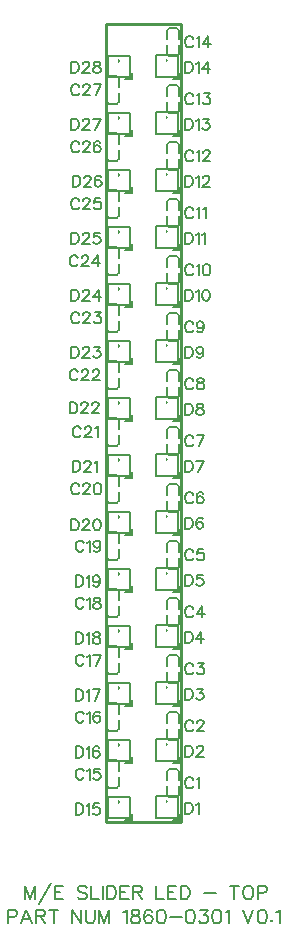
<source format=gto>
G04 Layer: TopSilkscreenLayer*
G04 EasyEDA v6.5.29, 2023-07-18 11:14:52*
G04 afe15dd53e0047d18e41e40897773fa5,5a6b42c53f6a479593ecc07194224c93,10*
G04 Gerber Generator version 0.2*
G04 Scale: 100 percent, Rotated: No, Reflected: No *
G04 Dimensions in millimeters *
G04 leading zeros omitted , absolute positions ,4 integer and 5 decimal *
%FSLAX45Y45*%
%MOMM*%

%ADD10C,0.2032*%
%ADD11C,0.1524*%
%ADD12C,0.1270*%
%ADD13C,0.2540*%

%LPD*%
D10*
X482600Y3397757D02*
G01*
X482600Y3283204D01*
X482600Y3397757D02*
G01*
X526287Y3283204D01*
X569976Y3397757D02*
G01*
X526287Y3283204D01*
X569976Y3397757D02*
G01*
X569976Y3283204D01*
X704088Y3419602D02*
G01*
X605789Y3244850D01*
X740156Y3397757D02*
G01*
X740156Y3283204D01*
X740156Y3397757D02*
G01*
X811022Y3397757D01*
X740156Y3343147D02*
G01*
X783590Y3343147D01*
X740156Y3283204D02*
G01*
X811022Y3283204D01*
X1007363Y3381247D02*
G01*
X996441Y3392170D01*
X979931Y3397757D01*
X958341Y3397757D01*
X941831Y3392170D01*
X930909Y3381247D01*
X930909Y3370326D01*
X936497Y3359404D01*
X941831Y3354070D01*
X952754Y3348481D01*
X985520Y3337813D01*
X996441Y3332226D01*
X1001775Y3326892D01*
X1007363Y3315970D01*
X1007363Y3299460D01*
X996441Y3288537D01*
X979931Y3283204D01*
X958341Y3283204D01*
X941831Y3288537D01*
X930909Y3299460D01*
X1043431Y3397757D02*
G01*
X1043431Y3283204D01*
X1043431Y3283204D02*
G01*
X1108709Y3283204D01*
X1144777Y3397757D02*
G01*
X1144777Y3283204D01*
X1180845Y3397757D02*
G01*
X1180845Y3283204D01*
X1180845Y3397757D02*
G01*
X1218945Y3397757D01*
X1235202Y3392170D01*
X1246124Y3381247D01*
X1251711Y3370326D01*
X1257045Y3354070D01*
X1257045Y3326892D01*
X1251711Y3310381D01*
X1246124Y3299460D01*
X1235202Y3288537D01*
X1218945Y3283204D01*
X1180845Y3283204D01*
X1293113Y3397757D02*
G01*
X1293113Y3283204D01*
X1293113Y3397757D02*
G01*
X1363979Y3397757D01*
X1293113Y3343147D02*
G01*
X1336802Y3343147D01*
X1293113Y3283204D02*
G01*
X1363979Y3283204D01*
X1400047Y3397757D02*
G01*
X1400047Y3283204D01*
X1400047Y3397757D02*
G01*
X1449070Y3397757D01*
X1465579Y3392170D01*
X1470913Y3386836D01*
X1476502Y3375913D01*
X1476502Y3364992D01*
X1470913Y3354070D01*
X1465579Y3348481D01*
X1449070Y3343147D01*
X1400047Y3343147D01*
X1438147Y3343147D02*
G01*
X1476502Y3283204D01*
X1596390Y3397757D02*
G01*
X1596390Y3283204D01*
X1596390Y3283204D02*
G01*
X1661922Y3283204D01*
X1697990Y3397757D02*
G01*
X1697990Y3283204D01*
X1697990Y3397757D02*
G01*
X1768856Y3397757D01*
X1697990Y3343147D02*
G01*
X1741424Y3343147D01*
X1697990Y3283204D02*
G01*
X1768856Y3283204D01*
X1804670Y3397757D02*
G01*
X1804670Y3283204D01*
X1804670Y3397757D02*
G01*
X1843024Y3397757D01*
X1859279Y3392170D01*
X1870202Y3381247D01*
X1875790Y3370326D01*
X1881124Y3354070D01*
X1881124Y3326892D01*
X1875790Y3310381D01*
X1870202Y3299460D01*
X1859279Y3288537D01*
X1843024Y3283204D01*
X1804670Y3283204D01*
X2001265Y3332226D02*
G01*
X2099309Y3332226D01*
X2257552Y3397757D02*
G01*
X2257552Y3283204D01*
X2219197Y3397757D02*
G01*
X2295652Y3397757D01*
X2364486Y3397757D02*
G01*
X2353563Y3392170D01*
X2342641Y3381247D01*
X2337054Y3370326D01*
X2331720Y3354070D01*
X2331720Y3326892D01*
X2337054Y3310381D01*
X2342641Y3299460D01*
X2353563Y3288537D01*
X2364486Y3283204D01*
X2386329Y3283204D01*
X2397252Y3288537D01*
X2408174Y3299460D01*
X2413508Y3310381D01*
X2418841Y3326892D01*
X2418841Y3354070D01*
X2413508Y3370326D01*
X2408174Y3381247D01*
X2397252Y3392170D01*
X2386329Y3397757D01*
X2364486Y3397757D01*
X2454909Y3397757D02*
G01*
X2454909Y3283204D01*
X2454909Y3397757D02*
G01*
X2503931Y3397757D01*
X2520441Y3392170D01*
X2525775Y3386836D01*
X2531363Y3375913D01*
X2531363Y3359404D01*
X2525775Y3348481D01*
X2520441Y3343147D01*
X2503931Y3337813D01*
X2454909Y3337813D01*
X342900Y3194557D02*
G01*
X342900Y3080004D01*
X342900Y3194557D02*
G01*
X391921Y3194557D01*
X408431Y3188970D01*
X413765Y3183636D01*
X419354Y3172713D01*
X419354Y3156204D01*
X413765Y3145281D01*
X408431Y3139947D01*
X391921Y3134613D01*
X342900Y3134613D01*
X498855Y3194557D02*
G01*
X455168Y3080004D01*
X498855Y3194557D02*
G01*
X542544Y3080004D01*
X471678Y3118104D02*
G01*
X526287Y3118104D01*
X578612Y3194557D02*
G01*
X578612Y3080004D01*
X578612Y3194557D02*
G01*
X627634Y3194557D01*
X643889Y3188970D01*
X649478Y3183636D01*
X654812Y3172713D01*
X654812Y3161792D01*
X649478Y3150870D01*
X643889Y3145281D01*
X627634Y3139947D01*
X578612Y3139947D01*
X616712Y3139947D02*
G01*
X654812Y3080004D01*
X728979Y3194557D02*
G01*
X728979Y3080004D01*
X690879Y3194557D02*
G01*
X767334Y3194557D01*
X887222Y3194557D02*
G01*
X887222Y3080004D01*
X887222Y3194557D02*
G01*
X963675Y3080004D01*
X963675Y3194557D02*
G01*
X963675Y3080004D01*
X999743Y3194557D02*
G01*
X999743Y3112770D01*
X1005077Y3096260D01*
X1016000Y3085337D01*
X1032256Y3080004D01*
X1043177Y3080004D01*
X1059688Y3085337D01*
X1070609Y3096260D01*
X1075943Y3112770D01*
X1075943Y3194557D01*
X1112011Y3194557D02*
G01*
X1112011Y3080004D01*
X1112011Y3194557D02*
G01*
X1155700Y3080004D01*
X1199388Y3194557D02*
G01*
X1155700Y3080004D01*
X1199388Y3194557D02*
G01*
X1199388Y3080004D01*
X1319275Y3172713D02*
G01*
X1330197Y3178047D01*
X1346454Y3194557D01*
X1346454Y3080004D01*
X1409700Y3194557D02*
G01*
X1393443Y3188970D01*
X1388109Y3178047D01*
X1388109Y3167126D01*
X1393443Y3156204D01*
X1404365Y3150870D01*
X1426209Y3145281D01*
X1442465Y3139947D01*
X1453388Y3129026D01*
X1458975Y3118104D01*
X1458975Y3101847D01*
X1453388Y3090926D01*
X1448054Y3085337D01*
X1431543Y3080004D01*
X1409700Y3080004D01*
X1393443Y3085337D01*
X1388109Y3090926D01*
X1382522Y3101847D01*
X1382522Y3118104D01*
X1388109Y3129026D01*
X1398777Y3139947D01*
X1415288Y3145281D01*
X1437131Y3150870D01*
X1448054Y3156204D01*
X1453388Y3167126D01*
X1453388Y3178047D01*
X1448054Y3188970D01*
X1431543Y3194557D01*
X1409700Y3194557D01*
X1560322Y3178047D02*
G01*
X1554988Y3188970D01*
X1538477Y3194557D01*
X1527556Y3194557D01*
X1511300Y3188970D01*
X1500377Y3172713D01*
X1494790Y3145281D01*
X1494790Y3118104D01*
X1500377Y3096260D01*
X1511300Y3085337D01*
X1527556Y3080004D01*
X1533143Y3080004D01*
X1549400Y3085337D01*
X1560322Y3096260D01*
X1565909Y3112770D01*
X1565909Y3118104D01*
X1560322Y3134613D01*
X1549400Y3145281D01*
X1533143Y3150870D01*
X1527556Y3150870D01*
X1511300Y3145281D01*
X1500377Y3134613D01*
X1494790Y3118104D01*
X1634490Y3194557D02*
G01*
X1618234Y3188970D01*
X1607311Y3172713D01*
X1601724Y3145281D01*
X1601724Y3129026D01*
X1607311Y3101847D01*
X1618234Y3085337D01*
X1634490Y3080004D01*
X1645411Y3080004D01*
X1661922Y3085337D01*
X1672590Y3101847D01*
X1678177Y3129026D01*
X1678177Y3145281D01*
X1672590Y3172713D01*
X1661922Y3188970D01*
X1645411Y3194557D01*
X1634490Y3194557D01*
X1714245Y3129026D02*
G01*
X1812290Y3129026D01*
X1881124Y3194557D02*
G01*
X1864613Y3188970D01*
X1853691Y3172713D01*
X1848358Y3145281D01*
X1848358Y3129026D01*
X1853691Y3101847D01*
X1864613Y3085337D01*
X1881124Y3080004D01*
X1892045Y3080004D01*
X1908302Y3085337D01*
X1919224Y3101847D01*
X1924811Y3129026D01*
X1924811Y3145281D01*
X1919224Y3172713D01*
X1908302Y3188970D01*
X1892045Y3194557D01*
X1881124Y3194557D01*
X1971547Y3194557D02*
G01*
X2031745Y3194557D01*
X1998979Y3150870D01*
X2015236Y3150870D01*
X2026158Y3145281D01*
X2031745Y3139947D01*
X2037079Y3123692D01*
X2037079Y3112770D01*
X2031745Y3096260D01*
X2020824Y3085337D01*
X2004313Y3080004D01*
X1988058Y3080004D01*
X1971547Y3085337D01*
X1966213Y3090926D01*
X1960625Y3101847D01*
X2105913Y3194557D02*
G01*
X2089404Y3188970D01*
X2078481Y3172713D01*
X2073147Y3145281D01*
X2073147Y3129026D01*
X2078481Y3101847D01*
X2089404Y3085337D01*
X2105913Y3080004D01*
X2116836Y3080004D01*
X2133091Y3085337D01*
X2144013Y3101847D01*
X2149347Y3129026D01*
X2149347Y3145281D01*
X2144013Y3172713D01*
X2133091Y3188970D01*
X2116836Y3194557D01*
X2105913Y3194557D01*
X2185415Y3172713D02*
G01*
X2196338Y3178047D01*
X2212593Y3194557D01*
X2212593Y3080004D01*
X2332736Y3194557D02*
G01*
X2376424Y3080004D01*
X2420111Y3194557D02*
G01*
X2376424Y3080004D01*
X2488691Y3194557D02*
G01*
X2472436Y3188970D01*
X2461513Y3172713D01*
X2455925Y3145281D01*
X2455925Y3129026D01*
X2461513Y3101847D01*
X2472436Y3085337D01*
X2488691Y3080004D01*
X2499613Y3080004D01*
X2515870Y3085337D01*
X2526791Y3101847D01*
X2532379Y3129026D01*
X2532379Y3145281D01*
X2526791Y3172713D01*
X2515870Y3188970D01*
X2499613Y3194557D01*
X2488691Y3194557D01*
X2573781Y3107181D02*
G01*
X2568447Y3101847D01*
X2573781Y3096260D01*
X2579370Y3101847D01*
X2573781Y3107181D01*
X2615184Y3172713D02*
G01*
X2626106Y3178047D01*
X2642615Y3194557D01*
X2642615Y3080004D01*
D11*
X1909572Y4777257D02*
G01*
X1905254Y4786147D01*
X1896109Y4795291D01*
X1886965Y4799863D01*
X1868677Y4799863D01*
X1859788Y4795291D01*
X1850643Y4786147D01*
X1846072Y4777257D01*
X1841500Y4763541D01*
X1841500Y4740935D01*
X1846072Y4727219D01*
X1850643Y4718075D01*
X1859788Y4708931D01*
X1868677Y4704359D01*
X1886965Y4704359D01*
X1896109Y4708931D01*
X1905254Y4718075D01*
X1909572Y4727219D01*
X1944115Y4777257D02*
G01*
X1944115Y4781829D01*
X1948688Y4790719D01*
X1953259Y4795291D01*
X1962404Y4799863D01*
X1980691Y4799863D01*
X1989581Y4795291D01*
X1994154Y4790719D01*
X1998725Y4781829D01*
X1998725Y4772685D01*
X1994154Y4763541D01*
X1985009Y4749825D01*
X1939797Y4704359D01*
X2003297Y4704359D01*
X1841500Y5066563D02*
G01*
X1841500Y4971059D01*
X1841500Y5066563D02*
G01*
X1873250Y5066563D01*
X1886965Y5061991D01*
X1896109Y5052847D01*
X1900681Y5043957D01*
X1905254Y5030241D01*
X1905254Y5007635D01*
X1900681Y4993919D01*
X1896109Y4984775D01*
X1886965Y4975631D01*
X1873250Y4971059D01*
X1841500Y4971059D01*
X1944115Y5066563D02*
G01*
X1994154Y5066563D01*
X1966975Y5030241D01*
X1980691Y5030241D01*
X1989581Y5025669D01*
X1994154Y5021097D01*
X1998725Y5007635D01*
X1998725Y4998491D01*
X1994154Y4984775D01*
X1985009Y4975631D01*
X1971547Y4971059D01*
X1957831Y4971059D01*
X1944115Y4975631D01*
X1939797Y4980203D01*
X1935225Y4989347D01*
X1909572Y5259857D02*
G01*
X1905254Y5268747D01*
X1896109Y5277891D01*
X1886965Y5282463D01*
X1868677Y5282463D01*
X1859788Y5277891D01*
X1850643Y5268747D01*
X1846072Y5259857D01*
X1841500Y5246141D01*
X1841500Y5223535D01*
X1846072Y5209819D01*
X1850643Y5200675D01*
X1859788Y5191531D01*
X1868677Y5186959D01*
X1886965Y5186959D01*
X1896109Y5191531D01*
X1905254Y5200675D01*
X1909572Y5209819D01*
X1948688Y5282463D02*
G01*
X1998725Y5282463D01*
X1971547Y5246141D01*
X1985009Y5246141D01*
X1994154Y5241569D01*
X1998725Y5236997D01*
X2003297Y5223535D01*
X2003297Y5214391D01*
X1998725Y5200675D01*
X1989581Y5191531D01*
X1976120Y5186959D01*
X1962404Y5186959D01*
X1948688Y5191531D01*
X1944115Y5196103D01*
X1939797Y5205247D01*
X1909572Y5742330D02*
G01*
X1905254Y5751474D01*
X1896109Y5760618D01*
X1886965Y5765190D01*
X1868677Y5765190D01*
X1859788Y5760618D01*
X1850643Y5751474D01*
X1846072Y5742330D01*
X1841500Y5728868D01*
X1841500Y5706008D01*
X1846072Y5692292D01*
X1850643Y5683402D01*
X1859788Y5674258D01*
X1868677Y5669686D01*
X1886965Y5669686D01*
X1896109Y5674258D01*
X1905254Y5683402D01*
X1909572Y5692292D01*
X1985009Y5765190D02*
G01*
X1939797Y5701436D01*
X2007870Y5701436D01*
X1985009Y5765190D02*
G01*
X1985009Y5669686D01*
X1841500Y5549290D02*
G01*
X1841500Y5453786D01*
X1841500Y5549290D02*
G01*
X1873250Y5549290D01*
X1886965Y5544718D01*
X1896109Y5535574D01*
X1900681Y5526430D01*
X1905254Y5512968D01*
X1905254Y5490108D01*
X1900681Y5476392D01*
X1896109Y5467502D01*
X1886965Y5458358D01*
X1873250Y5453786D01*
X1841500Y5453786D01*
X1980691Y5549290D02*
G01*
X1935225Y5485536D01*
X2003297Y5485536D01*
X1980691Y5549290D02*
G01*
X1980691Y5453786D01*
X1909572Y6224930D02*
G01*
X1905254Y6234074D01*
X1896109Y6243218D01*
X1886965Y6247790D01*
X1868677Y6247790D01*
X1859788Y6243218D01*
X1850643Y6234074D01*
X1846072Y6224930D01*
X1841500Y6211468D01*
X1841500Y6188608D01*
X1846072Y6174892D01*
X1850643Y6166002D01*
X1859788Y6156858D01*
X1868677Y6152286D01*
X1886965Y6152286D01*
X1896109Y6156858D01*
X1905254Y6166002D01*
X1909572Y6174892D01*
X1994154Y6247790D02*
G01*
X1948688Y6247790D01*
X1944115Y6206896D01*
X1948688Y6211468D01*
X1962404Y6215786D01*
X1976120Y6215786D01*
X1989581Y6211468D01*
X1998725Y6202324D01*
X2003297Y6188608D01*
X2003297Y6179464D01*
X1998725Y6166002D01*
X1989581Y6156858D01*
X1976120Y6152286D01*
X1962404Y6152286D01*
X1948688Y6156858D01*
X1944115Y6161430D01*
X1939797Y6170320D01*
X1841500Y6031890D02*
G01*
X1841500Y5936386D01*
X1841500Y6031890D02*
G01*
X1873250Y6031890D01*
X1886965Y6027318D01*
X1896109Y6018174D01*
X1900681Y6009030D01*
X1905254Y5995568D01*
X1905254Y5972708D01*
X1900681Y5958992D01*
X1896109Y5950102D01*
X1886965Y5940958D01*
X1873250Y5936386D01*
X1841500Y5936386D01*
X1989581Y6031890D02*
G01*
X1944115Y6031890D01*
X1939797Y5990996D01*
X1944115Y5995568D01*
X1957831Y5999886D01*
X1971547Y5999886D01*
X1985009Y5995568D01*
X1994154Y5986424D01*
X1998725Y5972708D01*
X1998725Y5963564D01*
X1994154Y5950102D01*
X1985009Y5940958D01*
X1971547Y5936386D01*
X1957831Y5936386D01*
X1944115Y5940958D01*
X1939797Y5945530D01*
X1935225Y5954420D01*
X1909572Y6707530D02*
G01*
X1905254Y6716674D01*
X1896109Y6725818D01*
X1886965Y6730390D01*
X1868677Y6730390D01*
X1859788Y6725818D01*
X1850643Y6716674D01*
X1846072Y6707530D01*
X1841500Y6694068D01*
X1841500Y6671208D01*
X1846072Y6657492D01*
X1850643Y6648602D01*
X1859788Y6639458D01*
X1868677Y6634886D01*
X1886965Y6634886D01*
X1896109Y6639458D01*
X1905254Y6648602D01*
X1909572Y6657492D01*
X1994154Y6716674D02*
G01*
X1989581Y6725818D01*
X1976120Y6730390D01*
X1966975Y6730390D01*
X1953259Y6725818D01*
X1944115Y6712102D01*
X1939797Y6689496D01*
X1939797Y6666636D01*
X1944115Y6648602D01*
X1953259Y6639458D01*
X1966975Y6634886D01*
X1971547Y6634886D01*
X1985009Y6639458D01*
X1994154Y6648602D01*
X1998725Y6662064D01*
X1998725Y6666636D01*
X1994154Y6680352D01*
X1985009Y6689496D01*
X1971547Y6694068D01*
X1966975Y6694068D01*
X1953259Y6689496D01*
X1944115Y6680352D01*
X1939797Y6666636D01*
X1841500Y6514490D02*
G01*
X1841500Y6418986D01*
X1841500Y6514490D02*
G01*
X1873250Y6514490D01*
X1886965Y6509918D01*
X1896109Y6500774D01*
X1900681Y6491630D01*
X1905254Y6478168D01*
X1905254Y6455308D01*
X1900681Y6441592D01*
X1896109Y6432702D01*
X1886965Y6423558D01*
X1873250Y6418986D01*
X1841500Y6418986D01*
X1989581Y6500774D02*
G01*
X1985009Y6509918D01*
X1971547Y6514490D01*
X1962404Y6514490D01*
X1948688Y6509918D01*
X1939797Y6496202D01*
X1935225Y6473596D01*
X1935225Y6450736D01*
X1939797Y6432702D01*
X1948688Y6423558D01*
X1962404Y6418986D01*
X1966975Y6418986D01*
X1980691Y6423558D01*
X1989581Y6432702D01*
X1994154Y6446164D01*
X1994154Y6450736D01*
X1989581Y6464452D01*
X1980691Y6473596D01*
X1966975Y6478168D01*
X1962404Y6478168D01*
X1948688Y6473596D01*
X1939797Y6464452D01*
X1935225Y6450736D01*
X1909572Y7190130D02*
G01*
X1905254Y7199274D01*
X1896109Y7208418D01*
X1886965Y7212990D01*
X1868677Y7212990D01*
X1859788Y7208418D01*
X1850643Y7199274D01*
X1846072Y7190130D01*
X1841500Y7176668D01*
X1841500Y7153808D01*
X1846072Y7140092D01*
X1850643Y7131202D01*
X1859788Y7122058D01*
X1868677Y7117486D01*
X1886965Y7117486D01*
X1896109Y7122058D01*
X1905254Y7131202D01*
X1909572Y7140092D01*
X2003297Y7212990D02*
G01*
X1957831Y7117486D01*
X1939797Y7212990D02*
G01*
X2003297Y7212990D01*
X1841500Y6997090D02*
G01*
X1841500Y6901586D01*
X1841500Y6997090D02*
G01*
X1873250Y6997090D01*
X1886965Y6992518D01*
X1896109Y6983374D01*
X1900681Y6974230D01*
X1905254Y6960768D01*
X1905254Y6937908D01*
X1900681Y6924192D01*
X1896109Y6915302D01*
X1886965Y6906158D01*
X1873250Y6901586D01*
X1841500Y6901586D01*
X1998725Y6997090D02*
G01*
X1953259Y6901586D01*
X1935225Y6997090D02*
G01*
X1998725Y6997090D01*
X1909572Y7672730D02*
G01*
X1905254Y7681874D01*
X1896109Y7691018D01*
X1886965Y7695590D01*
X1868677Y7695590D01*
X1859788Y7691018D01*
X1850643Y7681874D01*
X1846072Y7672730D01*
X1841500Y7659268D01*
X1841500Y7636408D01*
X1846072Y7622692D01*
X1850643Y7613802D01*
X1859788Y7604658D01*
X1868677Y7600086D01*
X1886965Y7600086D01*
X1896109Y7604658D01*
X1905254Y7613802D01*
X1909572Y7622692D01*
X1962404Y7695590D02*
G01*
X1948688Y7691018D01*
X1944115Y7681874D01*
X1944115Y7672730D01*
X1948688Y7663586D01*
X1957831Y7659268D01*
X1976120Y7654696D01*
X1989581Y7650124D01*
X1998725Y7640980D01*
X2003297Y7631836D01*
X2003297Y7618120D01*
X1998725Y7609230D01*
X1994154Y7604658D01*
X1980691Y7600086D01*
X1962404Y7600086D01*
X1948688Y7604658D01*
X1944115Y7609230D01*
X1939797Y7618120D01*
X1939797Y7631836D01*
X1944115Y7640980D01*
X1953259Y7650124D01*
X1966975Y7654696D01*
X1985009Y7659268D01*
X1994154Y7663586D01*
X1998725Y7672730D01*
X1998725Y7681874D01*
X1994154Y7691018D01*
X1980691Y7695590D01*
X1962404Y7695590D01*
X1841500Y7479690D02*
G01*
X1841500Y7384186D01*
X1841500Y7479690D02*
G01*
X1873250Y7479690D01*
X1886965Y7475118D01*
X1896109Y7465974D01*
X1900681Y7456830D01*
X1905254Y7443368D01*
X1905254Y7420508D01*
X1900681Y7406792D01*
X1896109Y7397902D01*
X1886965Y7388758D01*
X1873250Y7384186D01*
X1841500Y7384186D01*
X1957831Y7479690D02*
G01*
X1944115Y7475118D01*
X1939797Y7465974D01*
X1939797Y7456830D01*
X1944115Y7447686D01*
X1953259Y7443368D01*
X1971547Y7438796D01*
X1985009Y7434224D01*
X1994154Y7425080D01*
X1998725Y7415936D01*
X1998725Y7402220D01*
X1994154Y7393330D01*
X1989581Y7388758D01*
X1976120Y7384186D01*
X1957831Y7384186D01*
X1944115Y7388758D01*
X1939797Y7393330D01*
X1935225Y7402220D01*
X1935225Y7415936D01*
X1939797Y7425080D01*
X1948688Y7434224D01*
X1962404Y7438796D01*
X1980691Y7443368D01*
X1989581Y7447686D01*
X1994154Y7456830D01*
X1994154Y7465974D01*
X1989581Y7475118D01*
X1976120Y7479690D01*
X1957831Y7479690D01*
X1909572Y8155330D02*
G01*
X1905254Y8164474D01*
X1896109Y8173618D01*
X1886965Y8178190D01*
X1868677Y8178190D01*
X1859788Y8173618D01*
X1850643Y8164474D01*
X1846072Y8155330D01*
X1841500Y8141868D01*
X1841500Y8119008D01*
X1846072Y8105292D01*
X1850643Y8096402D01*
X1859788Y8087258D01*
X1868677Y8082686D01*
X1886965Y8082686D01*
X1896109Y8087258D01*
X1905254Y8096402D01*
X1909572Y8105292D01*
X1998725Y8146186D02*
G01*
X1994154Y8132724D01*
X1985009Y8123580D01*
X1971547Y8119008D01*
X1966975Y8119008D01*
X1953259Y8123580D01*
X1944115Y8132724D01*
X1939797Y8146186D01*
X1939797Y8150758D01*
X1944115Y8164474D01*
X1953259Y8173618D01*
X1966975Y8178190D01*
X1971547Y8178190D01*
X1985009Y8173618D01*
X1994154Y8164474D01*
X1998725Y8146186D01*
X1998725Y8123580D01*
X1994154Y8100720D01*
X1985009Y8087258D01*
X1971547Y8082686D01*
X1962404Y8082686D01*
X1948688Y8087258D01*
X1944115Y8096402D01*
X1841500Y7962290D02*
G01*
X1841500Y7866786D01*
X1841500Y7962290D02*
G01*
X1873250Y7962290D01*
X1886965Y7957718D01*
X1896109Y7948574D01*
X1900681Y7939430D01*
X1905254Y7925968D01*
X1905254Y7903108D01*
X1900681Y7889392D01*
X1896109Y7880502D01*
X1886965Y7871358D01*
X1873250Y7866786D01*
X1841500Y7866786D01*
X1994154Y7930286D02*
G01*
X1989581Y7916824D01*
X1980691Y7907680D01*
X1966975Y7903108D01*
X1962404Y7903108D01*
X1948688Y7907680D01*
X1939797Y7916824D01*
X1935225Y7930286D01*
X1935225Y7934858D01*
X1939797Y7948574D01*
X1948688Y7957718D01*
X1962404Y7962290D01*
X1966975Y7962290D01*
X1980691Y7957718D01*
X1989581Y7948574D01*
X1994154Y7930286D01*
X1994154Y7907680D01*
X1989581Y7884820D01*
X1980691Y7871358D01*
X1966975Y7866786D01*
X1957831Y7866786D01*
X1944115Y7871358D01*
X1939797Y7880502D01*
X1909572Y8637930D02*
G01*
X1905254Y8647074D01*
X1896109Y8656218D01*
X1886965Y8660790D01*
X1868677Y8660790D01*
X1859788Y8656218D01*
X1850643Y8647074D01*
X1846072Y8637930D01*
X1841500Y8624468D01*
X1841500Y8601608D01*
X1846072Y8587892D01*
X1850643Y8579002D01*
X1859788Y8569858D01*
X1868677Y8565286D01*
X1886965Y8565286D01*
X1896109Y8569858D01*
X1905254Y8579002D01*
X1909572Y8587892D01*
X1939797Y8642502D02*
G01*
X1948688Y8647074D01*
X1962404Y8660790D01*
X1962404Y8565286D01*
X2019808Y8660790D02*
G01*
X2006091Y8656218D01*
X1996947Y8642502D01*
X1992375Y8619896D01*
X1992375Y8606180D01*
X1996947Y8583320D01*
X2006091Y8569858D01*
X2019808Y8565286D01*
X2028697Y8565286D01*
X2042413Y8569858D01*
X2051558Y8583320D01*
X2056129Y8606180D01*
X2056129Y8619896D01*
X2051558Y8642502D01*
X2042413Y8656218D01*
X2028697Y8660790D01*
X2019808Y8660790D01*
X1841500Y8444890D02*
G01*
X1841500Y8349386D01*
X1841500Y8444890D02*
G01*
X1873250Y8444890D01*
X1886965Y8440318D01*
X1896109Y8431174D01*
X1900681Y8422030D01*
X1905254Y8408568D01*
X1905254Y8385708D01*
X1900681Y8371992D01*
X1896109Y8363102D01*
X1886965Y8353958D01*
X1873250Y8349386D01*
X1841500Y8349386D01*
X1935225Y8426602D02*
G01*
X1944115Y8431174D01*
X1957831Y8444890D01*
X1957831Y8349386D01*
X2015236Y8444890D02*
G01*
X2001520Y8440318D01*
X1992375Y8426602D01*
X1987804Y8403996D01*
X1987804Y8390280D01*
X1992375Y8367420D01*
X2001520Y8353958D01*
X2015236Y8349386D01*
X2024125Y8349386D01*
X2037841Y8353958D01*
X2046986Y8367420D01*
X2051558Y8390280D01*
X2051558Y8403996D01*
X2046986Y8426602D01*
X2037841Y8440318D01*
X2024125Y8444890D01*
X2015236Y8444890D01*
X1909572Y9120530D02*
G01*
X1905254Y9129674D01*
X1896109Y9138818D01*
X1886965Y9143390D01*
X1868677Y9143390D01*
X1859788Y9138818D01*
X1850643Y9129674D01*
X1846072Y9120530D01*
X1841500Y9107068D01*
X1841500Y9084208D01*
X1846072Y9070492D01*
X1850643Y9061602D01*
X1859788Y9052458D01*
X1868677Y9047886D01*
X1886965Y9047886D01*
X1896109Y9052458D01*
X1905254Y9061602D01*
X1909572Y9070492D01*
X1939797Y9125102D02*
G01*
X1948688Y9129674D01*
X1962404Y9143390D01*
X1962404Y9047886D01*
X1992375Y9125102D02*
G01*
X2001520Y9129674D01*
X2015236Y9143390D01*
X2015236Y9047886D01*
X1841500Y8927490D02*
G01*
X1841500Y8831986D01*
X1841500Y8927490D02*
G01*
X1873250Y8927490D01*
X1886965Y8922918D01*
X1896109Y8913774D01*
X1900681Y8904630D01*
X1905254Y8891168D01*
X1905254Y8868308D01*
X1900681Y8854592D01*
X1896109Y8845702D01*
X1886965Y8836558D01*
X1873250Y8831986D01*
X1841500Y8831986D01*
X1935225Y8909202D02*
G01*
X1944115Y8913774D01*
X1957831Y8927490D01*
X1957831Y8831986D01*
X1987804Y8909202D02*
G01*
X1996947Y8913774D01*
X2010663Y8927490D01*
X2010663Y8831986D01*
X1909572Y9603130D02*
G01*
X1905254Y9612274D01*
X1896109Y9621418D01*
X1886965Y9625990D01*
X1868677Y9625990D01*
X1859788Y9621418D01*
X1850643Y9612274D01*
X1846072Y9603130D01*
X1841500Y9589668D01*
X1841500Y9566808D01*
X1846072Y9553092D01*
X1850643Y9544202D01*
X1859788Y9535058D01*
X1868677Y9530486D01*
X1886965Y9530486D01*
X1896109Y9535058D01*
X1905254Y9544202D01*
X1909572Y9553092D01*
X1939797Y9607702D02*
G01*
X1948688Y9612274D01*
X1962404Y9625990D01*
X1962404Y9530486D01*
X1996947Y9603130D02*
G01*
X1996947Y9607702D01*
X2001520Y9616846D01*
X2006091Y9621418D01*
X2015236Y9625990D01*
X2033270Y9625990D01*
X2042413Y9621418D01*
X2046986Y9616846D01*
X2051558Y9607702D01*
X2051558Y9598558D01*
X2046986Y9589668D01*
X2037841Y9575952D01*
X1992375Y9530486D01*
X2056129Y9530486D01*
X1841500Y9410090D02*
G01*
X1841500Y9314586D01*
X1841500Y9410090D02*
G01*
X1873250Y9410090D01*
X1886965Y9405518D01*
X1896109Y9396374D01*
X1900681Y9387230D01*
X1905254Y9373768D01*
X1905254Y9350908D01*
X1900681Y9337192D01*
X1896109Y9328302D01*
X1886965Y9319158D01*
X1873250Y9314586D01*
X1841500Y9314586D01*
X1935225Y9391802D02*
G01*
X1944115Y9396374D01*
X1957831Y9410090D01*
X1957831Y9314586D01*
X1992375Y9387230D02*
G01*
X1992375Y9391802D01*
X1996947Y9400946D01*
X2001520Y9405518D01*
X2010663Y9410090D01*
X2028697Y9410090D01*
X2037841Y9405518D01*
X2042413Y9400946D01*
X2046986Y9391802D01*
X2046986Y9382658D01*
X2042413Y9373768D01*
X2033270Y9360052D01*
X1987804Y9314586D01*
X2051558Y9314586D01*
X1909572Y10085730D02*
G01*
X1905254Y10094874D01*
X1896109Y10104018D01*
X1886965Y10108590D01*
X1868677Y10108590D01*
X1859788Y10104018D01*
X1850643Y10094874D01*
X1846072Y10085730D01*
X1841500Y10072268D01*
X1841500Y10049408D01*
X1846072Y10035692D01*
X1850643Y10026802D01*
X1859788Y10017658D01*
X1868677Y10013086D01*
X1886965Y10013086D01*
X1896109Y10017658D01*
X1905254Y10026802D01*
X1909572Y10035692D01*
X1939797Y10090302D02*
G01*
X1948688Y10094874D01*
X1962404Y10108590D01*
X1962404Y10013086D01*
X2001520Y10108590D02*
G01*
X2051558Y10108590D01*
X2024125Y10072268D01*
X2037841Y10072268D01*
X2046986Y10067696D01*
X2051558Y10063124D01*
X2056129Y10049408D01*
X2056129Y10040264D01*
X2051558Y10026802D01*
X2042413Y10017658D01*
X2028697Y10013086D01*
X2015236Y10013086D01*
X2001520Y10017658D01*
X1996947Y10022230D01*
X1992375Y10031120D01*
X1841500Y9892690D02*
G01*
X1841500Y9797186D01*
X1841500Y9892690D02*
G01*
X1873250Y9892690D01*
X1886965Y9888118D01*
X1896109Y9878974D01*
X1900681Y9869830D01*
X1905254Y9856368D01*
X1905254Y9833508D01*
X1900681Y9819792D01*
X1896109Y9810902D01*
X1886965Y9801758D01*
X1873250Y9797186D01*
X1841500Y9797186D01*
X1935225Y9874402D02*
G01*
X1944115Y9878974D01*
X1957831Y9892690D01*
X1957831Y9797186D01*
X1996947Y9892690D02*
G01*
X2046986Y9892690D01*
X2019808Y9856368D01*
X2033270Y9856368D01*
X2042413Y9851796D01*
X2046986Y9847224D01*
X2051558Y9833508D01*
X2051558Y9824364D01*
X2046986Y9810902D01*
X2037841Y9801758D01*
X2024125Y9797186D01*
X2010663Y9797186D01*
X1996947Y9801758D01*
X1992375Y9806330D01*
X1987804Y9815220D01*
X1909572Y10568330D02*
G01*
X1905254Y10577474D01*
X1896109Y10586618D01*
X1886965Y10591190D01*
X1868677Y10591190D01*
X1859788Y10586618D01*
X1850643Y10577474D01*
X1846072Y10568330D01*
X1841500Y10554868D01*
X1841500Y10532008D01*
X1846072Y10518292D01*
X1850643Y10509402D01*
X1859788Y10500258D01*
X1868677Y10495686D01*
X1886965Y10495686D01*
X1896109Y10500258D01*
X1905254Y10509402D01*
X1909572Y10518292D01*
X1939797Y10572902D02*
G01*
X1948688Y10577474D01*
X1962404Y10591190D01*
X1962404Y10495686D01*
X2037841Y10591190D02*
G01*
X1992375Y10527436D01*
X2060702Y10527436D01*
X2037841Y10591190D02*
G01*
X2037841Y10495686D01*
X1841500Y10375290D02*
G01*
X1841500Y10279786D01*
X1841500Y10375290D02*
G01*
X1873250Y10375290D01*
X1886965Y10370718D01*
X1896109Y10361574D01*
X1900681Y10352430D01*
X1905254Y10338968D01*
X1905254Y10316108D01*
X1900681Y10302392D01*
X1896109Y10293502D01*
X1886965Y10284358D01*
X1873250Y10279786D01*
X1841500Y10279786D01*
X1935225Y10357002D02*
G01*
X1944115Y10361574D01*
X1957831Y10375290D01*
X1957831Y10279786D01*
X2033270Y10375290D02*
G01*
X1987804Y10311536D01*
X2056129Y10311536D01*
X2033270Y10375290D02*
G01*
X2033270Y10279786D01*
X982472Y4367021D02*
G01*
X978154Y4376165D01*
X969009Y4385310D01*
X959865Y4389881D01*
X941577Y4389881D01*
X932688Y4385310D01*
X923543Y4376165D01*
X918972Y4367021D01*
X914400Y4353560D01*
X914400Y4330700D01*
X918972Y4316984D01*
X923543Y4308094D01*
X932688Y4298950D01*
X941577Y4294378D01*
X959865Y4294378D01*
X969009Y4298950D01*
X978154Y4308094D01*
X982472Y4316984D01*
X1012697Y4371594D02*
G01*
X1021588Y4376165D01*
X1035304Y4389881D01*
X1035304Y4294378D01*
X1119886Y4389881D02*
G01*
X1074420Y4389881D01*
X1069847Y4348987D01*
X1074420Y4353560D01*
X1088136Y4357878D01*
X1101597Y4357878D01*
X1115313Y4353560D01*
X1124458Y4344415D01*
X1129029Y4330700D01*
X1129029Y4321555D01*
X1124458Y4308094D01*
X1115313Y4298950D01*
X1101597Y4294378D01*
X1088136Y4294378D01*
X1074420Y4298950D01*
X1069847Y4303521D01*
X1065275Y4312412D01*
X914400Y4094073D02*
G01*
X914400Y3998569D01*
X914400Y4094073D02*
G01*
X946150Y4094073D01*
X959865Y4089501D01*
X969009Y4080357D01*
X973581Y4071213D01*
X978154Y4057751D01*
X978154Y4034891D01*
X973581Y4021175D01*
X969009Y4012285D01*
X959865Y4003141D01*
X946150Y3998569D01*
X914400Y3998569D01*
X1008125Y4075785D02*
G01*
X1017015Y4080357D01*
X1030731Y4094073D01*
X1030731Y3998569D01*
X1115313Y4094073D02*
G01*
X1069847Y4094073D01*
X1065275Y4053179D01*
X1069847Y4057751D01*
X1083563Y4062069D01*
X1097025Y4062069D01*
X1110741Y4057751D01*
X1119886Y4048607D01*
X1124458Y4034891D01*
X1124458Y4025747D01*
X1119886Y4012285D01*
X1110741Y4003141D01*
X1097025Y3998569D01*
X1083563Y3998569D01*
X1069847Y4003141D01*
X1065275Y4007713D01*
X1060704Y4016603D01*
X914374Y4576597D02*
G01*
X914374Y4481093D01*
X914374Y4576597D02*
G01*
X946124Y4576597D01*
X959840Y4572025D01*
X968984Y4562881D01*
X973556Y4553991D01*
X978128Y4540275D01*
X978128Y4517415D01*
X973556Y4503953D01*
X968984Y4494809D01*
X959840Y4485665D01*
X946124Y4481093D01*
X914374Y4481093D01*
X1008100Y4558309D02*
G01*
X1017244Y4562881D01*
X1030706Y4576597D01*
X1030706Y4481093D01*
X1115288Y4562881D02*
G01*
X1110716Y4572025D01*
X1097000Y4576597D01*
X1088110Y4576597D01*
X1074394Y4572025D01*
X1065250Y4558309D01*
X1060678Y4535703D01*
X1060678Y4512843D01*
X1065250Y4494809D01*
X1074394Y4485665D01*
X1088110Y4481093D01*
X1092682Y4481093D01*
X1106144Y4485665D01*
X1115288Y4494809D01*
X1119860Y4508525D01*
X1119860Y4512843D01*
X1115288Y4526559D01*
X1106144Y4535703D01*
X1092682Y4540275D01*
X1088110Y4540275D01*
X1074394Y4535703D01*
X1065250Y4526559D01*
X1060678Y4512843D01*
X982700Y4849748D02*
G01*
X978128Y4858638D01*
X968984Y4867782D01*
X959840Y4872354D01*
X941552Y4872354D01*
X932662Y4867782D01*
X923518Y4858638D01*
X918946Y4849748D01*
X914374Y4836032D01*
X914374Y4813427D01*
X918946Y4799711D01*
X923518Y4790567D01*
X932662Y4781422D01*
X941552Y4776851D01*
X959840Y4776851D01*
X968984Y4781422D01*
X978128Y4790567D01*
X982700Y4799711D01*
X1012672Y4854320D02*
G01*
X1021562Y4858638D01*
X1035278Y4872354D01*
X1035278Y4776851D01*
X1119860Y4858638D02*
G01*
X1115288Y4867782D01*
X1101572Y4872354D01*
X1092682Y4872354D01*
X1078966Y4867782D01*
X1069822Y4854320D01*
X1065250Y4831461D01*
X1065250Y4808854D01*
X1069822Y4790567D01*
X1078966Y4781422D01*
X1092682Y4776851D01*
X1097000Y4776851D01*
X1110716Y4781422D01*
X1119860Y4790567D01*
X1124432Y4804282D01*
X1124432Y4808854D01*
X1119860Y4822317D01*
X1110716Y4831461D01*
X1097000Y4836032D01*
X1092682Y4836032D01*
X1078966Y4831461D01*
X1069822Y4822317D01*
X1065250Y4808854D01*
X982700Y5332348D02*
G01*
X978128Y5341238D01*
X968984Y5350382D01*
X959840Y5354954D01*
X941552Y5354954D01*
X932662Y5350382D01*
X923518Y5341238D01*
X918946Y5332348D01*
X914374Y5318632D01*
X914374Y5296027D01*
X918946Y5282311D01*
X923518Y5273167D01*
X932662Y5264022D01*
X941552Y5259451D01*
X959840Y5259451D01*
X968984Y5264022D01*
X978128Y5273167D01*
X982700Y5282311D01*
X1012672Y5336920D02*
G01*
X1021562Y5341238D01*
X1035278Y5354954D01*
X1035278Y5259451D01*
X1129004Y5354954D02*
G01*
X1083538Y5259451D01*
X1065250Y5354954D02*
G01*
X1129004Y5354954D01*
X914374Y5059298D02*
G01*
X914374Y4963795D01*
X914374Y5059298D02*
G01*
X946124Y5059298D01*
X959840Y5054727D01*
X968984Y5045582D01*
X973556Y5036438D01*
X978128Y5022722D01*
X978128Y5000117D01*
X973556Y4986401D01*
X968984Y4977256D01*
X959840Y4968367D01*
X946124Y4963795D01*
X914374Y4963795D01*
X1008100Y5041011D02*
G01*
X1017244Y5045582D01*
X1030706Y5059298D01*
X1030706Y4963795D01*
X1124432Y5059298D02*
G01*
X1078966Y4963795D01*
X1060678Y5059298D02*
G01*
X1124432Y5059298D01*
X914374Y5541898D02*
G01*
X914374Y5446395D01*
X914374Y5541898D02*
G01*
X946124Y5541898D01*
X959840Y5537327D01*
X968984Y5528182D01*
X973556Y5519038D01*
X978128Y5505322D01*
X978128Y5482717D01*
X973556Y5469001D01*
X968984Y5459856D01*
X959840Y5450967D01*
X946124Y5446395D01*
X914374Y5446395D01*
X1008100Y5523611D02*
G01*
X1017244Y5528182D01*
X1030706Y5541898D01*
X1030706Y5446395D01*
X1083538Y5541898D02*
G01*
X1069822Y5537327D01*
X1065250Y5528182D01*
X1065250Y5519038D01*
X1069822Y5509895D01*
X1078966Y5505322D01*
X1097000Y5501004D01*
X1110716Y5496432D01*
X1119860Y5487288D01*
X1124432Y5478145D01*
X1124432Y5464429D01*
X1119860Y5455538D01*
X1115288Y5450967D01*
X1101572Y5446395D01*
X1083538Y5446395D01*
X1069822Y5450967D01*
X1065250Y5455538D01*
X1060678Y5464429D01*
X1060678Y5478145D01*
X1065250Y5487288D01*
X1074394Y5496432D01*
X1088110Y5501004D01*
X1106144Y5505322D01*
X1115288Y5509895D01*
X1119860Y5519038D01*
X1119860Y5528182D01*
X1115288Y5537327D01*
X1101572Y5541898D01*
X1083538Y5541898D01*
X982700Y5814948D02*
G01*
X978128Y5823838D01*
X968984Y5832982D01*
X959840Y5837554D01*
X941552Y5837554D01*
X932662Y5832982D01*
X923518Y5823838D01*
X918946Y5814948D01*
X914374Y5801232D01*
X914374Y5778627D01*
X918946Y5764911D01*
X923518Y5755767D01*
X932662Y5746622D01*
X941552Y5742051D01*
X959840Y5742051D01*
X968984Y5746622D01*
X978128Y5755767D01*
X982700Y5764911D01*
X1012672Y5819520D02*
G01*
X1021562Y5823838D01*
X1035278Y5837554D01*
X1035278Y5742051D01*
X1088110Y5837554D02*
G01*
X1074394Y5832982D01*
X1069822Y5823838D01*
X1069822Y5814948D01*
X1074394Y5805804D01*
X1083538Y5801232D01*
X1101572Y5796661D01*
X1115288Y5792088D01*
X1124432Y5782945D01*
X1129004Y5774054D01*
X1129004Y5760338D01*
X1124432Y5751195D01*
X1119860Y5746622D01*
X1106144Y5742051D01*
X1088110Y5742051D01*
X1074394Y5746622D01*
X1069822Y5751195D01*
X1065250Y5760338D01*
X1065250Y5774054D01*
X1069822Y5782945D01*
X1078966Y5792088D01*
X1092682Y5796661D01*
X1110716Y5801232D01*
X1119860Y5805804D01*
X1124432Y5814948D01*
X1124432Y5823838D01*
X1119860Y5832982D01*
X1106144Y5837554D01*
X1088110Y5837554D01*
X914374Y6024498D02*
G01*
X914374Y5928995D01*
X914374Y6024498D02*
G01*
X946124Y6024498D01*
X959840Y6019927D01*
X968984Y6010782D01*
X973556Y6001638D01*
X978128Y5987922D01*
X978128Y5965317D01*
X973556Y5951601D01*
X968984Y5942456D01*
X959840Y5933567D01*
X946124Y5928995D01*
X914374Y5928995D01*
X1008100Y6006211D02*
G01*
X1017244Y6010782D01*
X1030706Y6024498D01*
X1030706Y5928995D01*
X1119860Y5992495D02*
G01*
X1115288Y5979032D01*
X1106144Y5969888D01*
X1092682Y5965317D01*
X1088110Y5965317D01*
X1074394Y5969888D01*
X1065250Y5979032D01*
X1060678Y5992495D01*
X1060678Y5997067D01*
X1065250Y6010782D01*
X1074394Y6019927D01*
X1088110Y6024498D01*
X1092682Y6024498D01*
X1106144Y6019927D01*
X1115288Y6010782D01*
X1119860Y5992495D01*
X1119860Y5969888D01*
X1115288Y5947029D01*
X1106144Y5933567D01*
X1092682Y5928995D01*
X1083538Y5928995D01*
X1069822Y5933567D01*
X1065250Y5942456D01*
X982700Y6297548D02*
G01*
X978128Y6306438D01*
X968984Y6315582D01*
X959840Y6320154D01*
X941552Y6320154D01*
X932662Y6315582D01*
X923518Y6306438D01*
X918946Y6297548D01*
X914374Y6283832D01*
X914374Y6261227D01*
X918946Y6247511D01*
X923518Y6238367D01*
X932662Y6229222D01*
X941552Y6224651D01*
X959840Y6224651D01*
X968984Y6229222D01*
X978128Y6238367D01*
X982700Y6247511D01*
X1012672Y6302120D02*
G01*
X1021562Y6306438D01*
X1035278Y6320154D01*
X1035278Y6224651D01*
X1124432Y6288404D02*
G01*
X1119860Y6274688D01*
X1110716Y6265545D01*
X1097000Y6261227D01*
X1092682Y6261227D01*
X1078966Y6265545D01*
X1069822Y6274688D01*
X1065250Y6288404D01*
X1065250Y6292977D01*
X1069822Y6306438D01*
X1078966Y6315582D01*
X1092682Y6320154D01*
X1097000Y6320154D01*
X1110716Y6315582D01*
X1119860Y6306438D01*
X1124432Y6288404D01*
X1124432Y6265545D01*
X1119860Y6242938D01*
X1110716Y6229222D01*
X1097000Y6224651D01*
X1088110Y6224651D01*
X1074394Y6229222D01*
X1069822Y6238367D01*
X876274Y6501815D02*
G01*
X876274Y6406311D01*
X876274Y6501815D02*
G01*
X908024Y6501815D01*
X921740Y6497243D01*
X930884Y6488099D01*
X935456Y6478955D01*
X940028Y6465239D01*
X940028Y6442633D01*
X935456Y6428917D01*
X930884Y6419773D01*
X921740Y6410883D01*
X908024Y6406311D01*
X876274Y6406311D01*
X974572Y6478955D02*
G01*
X974572Y6483527D01*
X979144Y6492671D01*
X983462Y6497243D01*
X992606Y6501815D01*
X1010894Y6501815D01*
X1020038Y6497243D01*
X1024356Y6492671D01*
X1028928Y6483527D01*
X1028928Y6474383D01*
X1024356Y6465239D01*
X1015466Y6451777D01*
X970000Y6406311D01*
X1033500Y6406311D01*
X1090904Y6501815D02*
G01*
X1077188Y6497243D01*
X1068044Y6483527D01*
X1063472Y6460921D01*
X1063472Y6447205D01*
X1068044Y6424345D01*
X1077188Y6410883D01*
X1090904Y6406311D01*
X1100048Y6406311D01*
X1113510Y6410883D01*
X1122654Y6424345D01*
X1127226Y6447205D01*
X1127226Y6460921D01*
X1122654Y6483527D01*
X1113510Y6497243D01*
X1100048Y6501815D01*
X1090904Y6501815D01*
X944600Y6783857D02*
G01*
X940028Y6792747D01*
X930884Y6801891D01*
X921740Y6806463D01*
X903452Y6806463D01*
X894562Y6801891D01*
X885418Y6792747D01*
X880846Y6783857D01*
X876274Y6770141D01*
X876274Y6747535D01*
X880846Y6733819D01*
X885418Y6724675D01*
X894562Y6715531D01*
X903452Y6710959D01*
X921740Y6710959D01*
X930884Y6715531D01*
X940028Y6724675D01*
X944600Y6733819D01*
X979144Y6783857D02*
G01*
X979144Y6788429D01*
X983462Y6797319D01*
X988034Y6801891D01*
X997178Y6806463D01*
X1015466Y6806463D01*
X1024356Y6801891D01*
X1028928Y6797319D01*
X1033500Y6788429D01*
X1033500Y6779285D01*
X1028928Y6770141D01*
X1020038Y6756425D01*
X974572Y6710959D01*
X1038072Y6710959D01*
X1095476Y6806463D02*
G01*
X1081760Y6801891D01*
X1072616Y6788429D01*
X1068044Y6765569D01*
X1068044Y6751853D01*
X1072616Y6729247D01*
X1081760Y6715531D01*
X1095476Y6710959D01*
X1104366Y6710959D01*
X1118082Y6715531D01*
X1127226Y6729247D01*
X1131798Y6751853D01*
X1131798Y6765569D01*
X1127226Y6788429D01*
X1118082Y6801891D01*
X1104366Y6806463D01*
X1095476Y6806463D01*
X888974Y6997115D02*
G01*
X888974Y6901611D01*
X888974Y6997115D02*
G01*
X920724Y6997115D01*
X934440Y6992543D01*
X943584Y6983399D01*
X948156Y6974255D01*
X952728Y6960539D01*
X952728Y6937933D01*
X948156Y6924217D01*
X943584Y6915073D01*
X934440Y6906183D01*
X920724Y6901611D01*
X888974Y6901611D01*
X987272Y6974255D02*
G01*
X987272Y6978827D01*
X991844Y6987971D01*
X996162Y6992543D01*
X1005306Y6997115D01*
X1023594Y6997115D01*
X1032738Y6992543D01*
X1037056Y6987971D01*
X1041628Y6978827D01*
X1041628Y6969683D01*
X1037056Y6960539D01*
X1028166Y6947077D01*
X982700Y6901611D01*
X1046200Y6901611D01*
X1076172Y6978827D02*
G01*
X1085316Y6983399D01*
X1099032Y6997115D01*
X1099032Y6901611D01*
X957300Y7266457D02*
G01*
X952728Y7275347D01*
X943584Y7284491D01*
X934440Y7289063D01*
X916152Y7289063D01*
X907262Y7284491D01*
X898118Y7275347D01*
X893546Y7266457D01*
X888974Y7252741D01*
X888974Y7230135D01*
X893546Y7216419D01*
X898118Y7207275D01*
X907262Y7198131D01*
X916152Y7193559D01*
X934440Y7193559D01*
X943584Y7198131D01*
X952728Y7207275D01*
X957300Y7216419D01*
X991844Y7266457D02*
G01*
X991844Y7271029D01*
X996162Y7279919D01*
X1000734Y7284491D01*
X1009878Y7289063D01*
X1028166Y7289063D01*
X1037056Y7284491D01*
X1041628Y7279919D01*
X1046200Y7271029D01*
X1046200Y7261885D01*
X1041628Y7252741D01*
X1032738Y7239025D01*
X987272Y7193559D01*
X1050772Y7193559D01*
X1080744Y7271029D02*
G01*
X1089888Y7275347D01*
X1103604Y7289063D01*
X1103604Y7193559D01*
X863574Y7492415D02*
G01*
X863574Y7396911D01*
X863574Y7492415D02*
G01*
X895324Y7492415D01*
X909040Y7487843D01*
X918184Y7478699D01*
X922756Y7469555D01*
X927328Y7455839D01*
X927328Y7433233D01*
X922756Y7419517D01*
X918184Y7410373D01*
X909040Y7401483D01*
X895324Y7396911D01*
X863574Y7396911D01*
X961872Y7469555D02*
G01*
X961872Y7474127D01*
X966444Y7483271D01*
X970762Y7487843D01*
X979906Y7492415D01*
X998194Y7492415D01*
X1007338Y7487843D01*
X1011656Y7483271D01*
X1016228Y7474127D01*
X1016228Y7464983D01*
X1011656Y7455839D01*
X1002766Y7442377D01*
X957300Y7396911D01*
X1020800Y7396911D01*
X1055344Y7469555D02*
G01*
X1055344Y7474127D01*
X1059916Y7483271D01*
X1064488Y7487843D01*
X1073632Y7492415D01*
X1091666Y7492415D01*
X1100810Y7487843D01*
X1105382Y7483271D01*
X1109954Y7474127D01*
X1109954Y7464983D01*
X1105382Y7455839D01*
X1096238Y7442377D01*
X1050772Y7396911D01*
X1114526Y7396911D01*
X931900Y7749057D02*
G01*
X927328Y7757947D01*
X918184Y7767091D01*
X909040Y7771663D01*
X890752Y7771663D01*
X881862Y7767091D01*
X872718Y7757947D01*
X868146Y7749057D01*
X863574Y7735341D01*
X863574Y7712735D01*
X868146Y7699019D01*
X872718Y7689875D01*
X881862Y7680731D01*
X890752Y7676159D01*
X909040Y7676159D01*
X918184Y7680731D01*
X927328Y7689875D01*
X931900Y7699019D01*
X966444Y7749057D02*
G01*
X966444Y7753629D01*
X970762Y7762519D01*
X975334Y7767091D01*
X984478Y7771663D01*
X1002766Y7771663D01*
X1011656Y7767091D01*
X1016228Y7762519D01*
X1020800Y7753629D01*
X1020800Y7744485D01*
X1016228Y7735341D01*
X1007338Y7721625D01*
X961872Y7676159D01*
X1025372Y7676159D01*
X1059916Y7749057D02*
G01*
X1059916Y7753629D01*
X1064488Y7762519D01*
X1069060Y7767091D01*
X1078204Y7771663D01*
X1096238Y7771663D01*
X1105382Y7767091D01*
X1109954Y7762519D01*
X1114526Y7753629D01*
X1114526Y7744485D01*
X1109954Y7735341D01*
X1100810Y7721625D01*
X1055344Y7676159D01*
X1119098Y7676159D01*
X876274Y7962315D02*
G01*
X876274Y7866811D01*
X876274Y7962315D02*
G01*
X908024Y7962315D01*
X921740Y7957743D01*
X930884Y7948599D01*
X935456Y7939455D01*
X940028Y7925739D01*
X940028Y7903133D01*
X935456Y7889417D01*
X930884Y7880273D01*
X921740Y7871383D01*
X908024Y7866811D01*
X876274Y7866811D01*
X974572Y7939455D02*
G01*
X974572Y7944027D01*
X979144Y7953171D01*
X983462Y7957743D01*
X992606Y7962315D01*
X1010894Y7962315D01*
X1020038Y7957743D01*
X1024356Y7953171D01*
X1028928Y7944027D01*
X1028928Y7934883D01*
X1024356Y7925739D01*
X1015466Y7912277D01*
X970000Y7866811D01*
X1033500Y7866811D01*
X1072616Y7962315D02*
G01*
X1122654Y7962315D01*
X1095476Y7925739D01*
X1108938Y7925739D01*
X1118082Y7921421D01*
X1122654Y7916849D01*
X1127226Y7903133D01*
X1127226Y7893989D01*
X1122654Y7880273D01*
X1113510Y7871383D01*
X1100048Y7866811D01*
X1086332Y7866811D01*
X1072616Y7871383D01*
X1068044Y7875955D01*
X1063472Y7884845D01*
X944600Y8231657D02*
G01*
X940028Y8240547D01*
X930884Y8249691D01*
X921740Y8254263D01*
X903452Y8254263D01*
X894562Y8249691D01*
X885418Y8240547D01*
X880846Y8231657D01*
X876274Y8217941D01*
X876274Y8195335D01*
X880846Y8181619D01*
X885418Y8172475D01*
X894562Y8163331D01*
X903452Y8158759D01*
X921740Y8158759D01*
X930884Y8163331D01*
X940028Y8172475D01*
X944600Y8181619D01*
X979144Y8231657D02*
G01*
X979144Y8236229D01*
X983462Y8245119D01*
X988034Y8249691D01*
X997178Y8254263D01*
X1015466Y8254263D01*
X1024356Y8249691D01*
X1028928Y8245119D01*
X1033500Y8236229D01*
X1033500Y8227085D01*
X1028928Y8217941D01*
X1020038Y8204225D01*
X974572Y8158759D01*
X1038072Y8158759D01*
X1077188Y8254263D02*
G01*
X1127226Y8254263D01*
X1100048Y8217941D01*
X1113510Y8217941D01*
X1122654Y8213369D01*
X1127226Y8208797D01*
X1131798Y8195335D01*
X1131798Y8186191D01*
X1127226Y8172475D01*
X1118082Y8163331D01*
X1104366Y8158759D01*
X1090904Y8158759D01*
X1077188Y8163331D01*
X1072616Y8167903D01*
X1068044Y8177047D01*
X876274Y8444915D02*
G01*
X876274Y8349411D01*
X876274Y8444915D02*
G01*
X908024Y8444915D01*
X921740Y8440343D01*
X930884Y8431199D01*
X935456Y8422055D01*
X940028Y8408339D01*
X940028Y8385733D01*
X935456Y8372017D01*
X930884Y8362873D01*
X921740Y8353983D01*
X908024Y8349411D01*
X876274Y8349411D01*
X974572Y8422055D02*
G01*
X974572Y8426627D01*
X979144Y8435771D01*
X983462Y8440343D01*
X992606Y8444915D01*
X1010894Y8444915D01*
X1020038Y8440343D01*
X1024356Y8435771D01*
X1028928Y8426627D01*
X1028928Y8417483D01*
X1024356Y8408339D01*
X1015466Y8394877D01*
X970000Y8349411D01*
X1033500Y8349411D01*
X1108938Y8444915D02*
G01*
X1063472Y8381161D01*
X1131798Y8381161D01*
X1108938Y8444915D02*
G01*
X1108938Y8349411D01*
X931900Y8714257D02*
G01*
X927328Y8723147D01*
X918184Y8732291D01*
X909040Y8736863D01*
X890752Y8736863D01*
X881862Y8732291D01*
X872718Y8723147D01*
X868146Y8714257D01*
X863574Y8700541D01*
X863574Y8677935D01*
X868146Y8664219D01*
X872718Y8655075D01*
X881862Y8645931D01*
X890752Y8641359D01*
X909040Y8641359D01*
X918184Y8645931D01*
X927328Y8655075D01*
X931900Y8664219D01*
X966444Y8714257D02*
G01*
X966444Y8718829D01*
X970762Y8727719D01*
X975334Y8732291D01*
X984478Y8736863D01*
X1002766Y8736863D01*
X1011656Y8732291D01*
X1016228Y8727719D01*
X1020800Y8718829D01*
X1020800Y8709685D01*
X1016228Y8700541D01*
X1007338Y8686825D01*
X961872Y8641359D01*
X1025372Y8641359D01*
X1100810Y8736863D02*
G01*
X1055344Y8673363D01*
X1123670Y8673363D01*
X1100810Y8736863D02*
G01*
X1100810Y8641359D01*
X876274Y8927515D02*
G01*
X876274Y8832011D01*
X876274Y8927515D02*
G01*
X908024Y8927515D01*
X921740Y8922943D01*
X930884Y8913799D01*
X935456Y8904655D01*
X940028Y8890939D01*
X940028Y8868333D01*
X935456Y8854617D01*
X930884Y8845473D01*
X921740Y8836583D01*
X908024Y8832011D01*
X876274Y8832011D01*
X974572Y8904655D02*
G01*
X974572Y8909227D01*
X979144Y8918371D01*
X983462Y8922943D01*
X992606Y8927515D01*
X1010894Y8927515D01*
X1020038Y8922943D01*
X1024356Y8918371D01*
X1028928Y8909227D01*
X1028928Y8900083D01*
X1024356Y8890939D01*
X1015466Y8877477D01*
X970000Y8832011D01*
X1033500Y8832011D01*
X1118082Y8927515D02*
G01*
X1072616Y8927515D01*
X1068044Y8886621D01*
X1072616Y8890939D01*
X1086332Y8895511D01*
X1100048Y8895511D01*
X1113510Y8890939D01*
X1122654Y8882049D01*
X1127226Y8868333D01*
X1127226Y8859189D01*
X1122654Y8845473D01*
X1113510Y8836583D01*
X1100048Y8832011D01*
X1086332Y8832011D01*
X1072616Y8836583D01*
X1068044Y8841155D01*
X1063472Y8850045D01*
X944600Y9196857D02*
G01*
X940028Y9205747D01*
X930884Y9214891D01*
X921740Y9219463D01*
X903452Y9219463D01*
X894562Y9214891D01*
X885418Y9205747D01*
X880846Y9196857D01*
X876274Y9183141D01*
X876274Y9160535D01*
X880846Y9146819D01*
X885418Y9137675D01*
X894562Y9128531D01*
X903452Y9123959D01*
X921740Y9123959D01*
X930884Y9128531D01*
X940028Y9137675D01*
X944600Y9146819D01*
X979144Y9196857D02*
G01*
X979144Y9201429D01*
X983462Y9210319D01*
X988034Y9214891D01*
X997178Y9219463D01*
X1015466Y9219463D01*
X1024356Y9214891D01*
X1028928Y9210319D01*
X1033500Y9201429D01*
X1033500Y9192285D01*
X1028928Y9183141D01*
X1020038Y9169425D01*
X974572Y9123959D01*
X1038072Y9123959D01*
X1122654Y9219463D02*
G01*
X1077188Y9219463D01*
X1072616Y9178569D01*
X1077188Y9183141D01*
X1090904Y9187713D01*
X1104366Y9187713D01*
X1118082Y9183141D01*
X1127226Y9173997D01*
X1131798Y9160535D01*
X1131798Y9151391D01*
X1127226Y9137675D01*
X1118082Y9128531D01*
X1104366Y9123959D01*
X1090904Y9123959D01*
X1077188Y9128531D01*
X1072616Y9133103D01*
X1068044Y9142247D01*
X888974Y9410115D02*
G01*
X888974Y9314611D01*
X888974Y9410115D02*
G01*
X920724Y9410115D01*
X934440Y9405543D01*
X943584Y9396399D01*
X948156Y9387255D01*
X952728Y9373539D01*
X952728Y9350933D01*
X948156Y9337217D01*
X943584Y9328073D01*
X934440Y9319183D01*
X920724Y9314611D01*
X888974Y9314611D01*
X987272Y9387255D02*
G01*
X987272Y9391827D01*
X991844Y9400971D01*
X996162Y9405543D01*
X1005306Y9410115D01*
X1023594Y9410115D01*
X1032738Y9405543D01*
X1037056Y9400971D01*
X1041628Y9391827D01*
X1041628Y9382683D01*
X1037056Y9373539D01*
X1028166Y9360077D01*
X982700Y9314611D01*
X1046200Y9314611D01*
X1130782Y9396399D02*
G01*
X1126210Y9405543D01*
X1112748Y9410115D01*
X1103604Y9410115D01*
X1089888Y9405543D01*
X1080744Y9391827D01*
X1076172Y9369221D01*
X1076172Y9346361D01*
X1080744Y9328073D01*
X1089888Y9319183D01*
X1103604Y9314611D01*
X1108176Y9314611D01*
X1121638Y9319183D01*
X1130782Y9328073D01*
X1135354Y9341789D01*
X1135354Y9346361D01*
X1130782Y9360077D01*
X1121638Y9369221D01*
X1108176Y9373539D01*
X1103604Y9373539D01*
X1089888Y9369221D01*
X1080744Y9360077D01*
X1076172Y9346361D01*
X944600Y9679457D02*
G01*
X940028Y9688347D01*
X930884Y9697491D01*
X921740Y9702063D01*
X903452Y9702063D01*
X894562Y9697491D01*
X885418Y9688347D01*
X880846Y9679457D01*
X876274Y9665741D01*
X876274Y9643135D01*
X880846Y9629419D01*
X885418Y9620275D01*
X894562Y9611131D01*
X903452Y9606559D01*
X921740Y9606559D01*
X930884Y9611131D01*
X940028Y9620275D01*
X944600Y9629419D01*
X979144Y9679457D02*
G01*
X979144Y9684029D01*
X983462Y9692919D01*
X988034Y9697491D01*
X997178Y9702063D01*
X1015466Y9702063D01*
X1024356Y9697491D01*
X1028928Y9692919D01*
X1033500Y9684029D01*
X1033500Y9674885D01*
X1028928Y9665741D01*
X1020038Y9652025D01*
X974572Y9606559D01*
X1038072Y9606559D01*
X1122654Y9688347D02*
G01*
X1118082Y9697491D01*
X1104366Y9702063D01*
X1095476Y9702063D01*
X1081760Y9697491D01*
X1072616Y9684029D01*
X1068044Y9661169D01*
X1068044Y9638563D01*
X1072616Y9620275D01*
X1081760Y9611131D01*
X1095476Y9606559D01*
X1100048Y9606559D01*
X1113510Y9611131D01*
X1122654Y9620275D01*
X1127226Y9633991D01*
X1127226Y9638563D01*
X1122654Y9652025D01*
X1113510Y9661169D01*
X1100048Y9665741D01*
X1095476Y9665741D01*
X1081760Y9661169D01*
X1072616Y9652025D01*
X1068044Y9638563D01*
X876274Y9892715D02*
G01*
X876274Y9797211D01*
X876274Y9892715D02*
G01*
X908024Y9892715D01*
X921740Y9888143D01*
X930884Y9878999D01*
X935456Y9869855D01*
X940028Y9856139D01*
X940028Y9833533D01*
X935456Y9819817D01*
X930884Y9810673D01*
X921740Y9801783D01*
X908024Y9797211D01*
X876274Y9797211D01*
X974572Y9869855D02*
G01*
X974572Y9874427D01*
X979144Y9883571D01*
X983462Y9888143D01*
X992606Y9892715D01*
X1010894Y9892715D01*
X1020038Y9888143D01*
X1024356Y9883571D01*
X1028928Y9874427D01*
X1028928Y9865283D01*
X1024356Y9856139D01*
X1015466Y9842677D01*
X970000Y9797211D01*
X1033500Y9797211D01*
X1127226Y9892715D02*
G01*
X1081760Y9797211D01*
X1063472Y9892715D02*
G01*
X1127226Y9892715D01*
X944600Y10162057D02*
G01*
X940028Y10170947D01*
X930884Y10180091D01*
X921740Y10184663D01*
X903452Y10184663D01*
X894562Y10180091D01*
X885418Y10170947D01*
X880846Y10162057D01*
X876274Y10148341D01*
X876274Y10125735D01*
X880846Y10112019D01*
X885418Y10102875D01*
X894562Y10093731D01*
X903452Y10089159D01*
X921740Y10089159D01*
X930884Y10093731D01*
X940028Y10102875D01*
X944600Y10112019D01*
X979144Y10162057D02*
G01*
X979144Y10166629D01*
X983462Y10175519D01*
X988034Y10180091D01*
X997178Y10184663D01*
X1015466Y10184663D01*
X1024356Y10180091D01*
X1028928Y10175519D01*
X1033500Y10166629D01*
X1033500Y10157485D01*
X1028928Y10148341D01*
X1020038Y10134625D01*
X974572Y10089159D01*
X1038072Y10089159D01*
X1131798Y10184663D02*
G01*
X1086332Y10089159D01*
X1068044Y10184663D02*
G01*
X1131798Y10184663D01*
X876274Y10375315D02*
G01*
X876274Y10279811D01*
X876274Y10375315D02*
G01*
X908024Y10375315D01*
X921740Y10370743D01*
X930884Y10361599D01*
X935456Y10352455D01*
X940028Y10338739D01*
X940028Y10316133D01*
X935456Y10302417D01*
X930884Y10293273D01*
X921740Y10284383D01*
X908024Y10279811D01*
X876274Y10279811D01*
X974572Y10352455D02*
G01*
X974572Y10357027D01*
X979144Y10366171D01*
X983462Y10370743D01*
X992606Y10375315D01*
X1010894Y10375315D01*
X1020038Y10370743D01*
X1024356Y10366171D01*
X1028928Y10357027D01*
X1028928Y10347883D01*
X1024356Y10338739D01*
X1015466Y10325277D01*
X970000Y10279811D01*
X1033500Y10279811D01*
X1086332Y10375315D02*
G01*
X1072616Y10370743D01*
X1068044Y10361599D01*
X1068044Y10352455D01*
X1072616Y10343311D01*
X1081760Y10338739D01*
X1100048Y10334421D01*
X1113510Y10329849D01*
X1122654Y10320705D01*
X1127226Y10311561D01*
X1127226Y10297845D01*
X1122654Y10288955D01*
X1118082Y10284383D01*
X1104366Y10279811D01*
X1086332Y10279811D01*
X1072616Y10284383D01*
X1068044Y10288955D01*
X1063472Y10297845D01*
X1063472Y10311561D01*
X1068044Y10320705D01*
X1077188Y10329849D01*
X1090904Y10334421D01*
X1108938Y10338739D01*
X1118082Y10343311D01*
X1122654Y10352455D01*
X1122654Y10361599D01*
X1118082Y10370743D01*
X1104366Y10375315D01*
X1086332Y10375315D01*
X1841449Y4101490D02*
G01*
X1841449Y4005986D01*
X1841449Y4101490D02*
G01*
X1873199Y4101490D01*
X1886915Y4096918D01*
X1896059Y4087774D01*
X1900631Y4078630D01*
X1905203Y4065168D01*
X1905203Y4042308D01*
X1900631Y4028592D01*
X1896059Y4019702D01*
X1886915Y4010558D01*
X1873199Y4005986D01*
X1841449Y4005986D01*
X1935175Y4083202D02*
G01*
X1944319Y4087774D01*
X1957781Y4101490D01*
X1957781Y4005986D01*
X1909572Y4294631D02*
G01*
X1905254Y4303776D01*
X1896109Y4312665D01*
X1886965Y4317237D01*
X1868677Y4317237D01*
X1859788Y4312665D01*
X1850643Y4303776D01*
X1846072Y4294631D01*
X1841500Y4280915D01*
X1841500Y4258310D01*
X1846072Y4244594D01*
X1850643Y4235450D01*
X1859788Y4226305D01*
X1868677Y4221734D01*
X1886965Y4221734D01*
X1896109Y4226305D01*
X1905254Y4235450D01*
X1909572Y4244594D01*
X1939797Y4299204D02*
G01*
X1948688Y4303776D01*
X1962404Y4317237D01*
X1962404Y4221734D01*
X1841500Y4583937D02*
G01*
X1841500Y4488434D01*
X1841500Y4583937D02*
G01*
X1873250Y4583937D01*
X1886965Y4579365D01*
X1896109Y4570476D01*
X1900681Y4561331D01*
X1905254Y4547615D01*
X1905254Y4525010D01*
X1900681Y4511294D01*
X1896109Y4502150D01*
X1886965Y4493005D01*
X1873250Y4488434D01*
X1841500Y4488434D01*
X1939797Y4561331D02*
G01*
X1939797Y4565904D01*
X1944115Y4574794D01*
X1948688Y4579365D01*
X1957831Y4583937D01*
X1976120Y4583937D01*
X1985009Y4579365D01*
X1989581Y4574794D01*
X1994154Y4565904D01*
X1994154Y4556760D01*
X1989581Y4547615D01*
X1980691Y4533900D01*
X1935225Y4488434D01*
X1998725Y4488434D01*
G36*
X1676603Y5099202D02*
G01*
X1676603Y5054193D01*
X1699107Y5076698D01*
G37*
G36*
X1676603Y5581802D02*
G01*
X1676603Y5536793D01*
X1699107Y5559298D01*
G37*
G36*
X1676603Y6064402D02*
G01*
X1676603Y6019393D01*
X1699107Y6041898D01*
G37*
G36*
X1676603Y6547002D02*
G01*
X1676603Y6501993D01*
X1699107Y6524498D01*
G37*
G36*
X1676603Y7029602D02*
G01*
X1676603Y6984593D01*
X1699107Y7007098D01*
G37*
G36*
X1676603Y7512202D02*
G01*
X1676603Y7467193D01*
X1699107Y7489698D01*
G37*
G36*
X1676603Y7994802D02*
G01*
X1676603Y7949793D01*
X1699107Y7972298D01*
G37*
G36*
X1676603Y8477402D02*
G01*
X1676603Y8432393D01*
X1699107Y8454898D01*
G37*
G36*
X1676603Y8960002D02*
G01*
X1676603Y8914993D01*
X1699107Y8937498D01*
G37*
G36*
X1676603Y9442602D02*
G01*
X1676603Y9397593D01*
X1699107Y9420098D01*
G37*
G36*
X1676603Y9925202D02*
G01*
X1676603Y9880193D01*
X1699107Y9902698D01*
G37*
G36*
X1676603Y10407802D02*
G01*
X1676603Y10362793D01*
X1699107Y10385298D01*
G37*
G36*
X1270203Y4130294D02*
G01*
X1270203Y4085285D01*
X1292707Y4107789D01*
G37*
G36*
X1270203Y4612894D02*
G01*
X1270203Y4567885D01*
X1292707Y4590389D01*
G37*
G36*
X1270203Y5095494D02*
G01*
X1270203Y5050485D01*
X1292707Y5072989D01*
G37*
G36*
X1270203Y5578094D02*
G01*
X1270203Y5533085D01*
X1292707Y5555589D01*
G37*
G36*
X1270203Y6060694D02*
G01*
X1270203Y6015685D01*
X1292707Y6038189D01*
G37*
G36*
X1270203Y6543294D02*
G01*
X1270203Y6498285D01*
X1292707Y6520789D01*
G37*
G36*
X1270203Y7025894D02*
G01*
X1270203Y6980885D01*
X1292707Y7003389D01*
G37*
G36*
X1270203Y7508494D02*
G01*
X1270203Y7463485D01*
X1292707Y7485989D01*
G37*
G36*
X1270203Y7991094D02*
G01*
X1270203Y7946085D01*
X1292707Y7968589D01*
G37*
G36*
X1270203Y8473694D02*
G01*
X1270203Y8428685D01*
X1292707Y8451189D01*
G37*
G36*
X1270203Y8956294D02*
G01*
X1270203Y8911285D01*
X1292707Y8933789D01*
G37*
G36*
X1270203Y9438894D02*
G01*
X1270203Y9393885D01*
X1292707Y9416389D01*
G37*
G36*
X1270203Y9921494D02*
G01*
X1270203Y9876485D01*
X1292707Y9898989D01*
G37*
G36*
X1270203Y10404094D02*
G01*
X1270203Y10359085D01*
X1292707Y10381589D01*
G37*
G36*
X1676603Y4134002D02*
G01*
X1676603Y4088993D01*
X1699107Y4111498D01*
G37*
G36*
X1676603Y4616602D02*
G01*
X1676603Y4571593D01*
X1699107Y4594098D01*
G37*
X1789760Y4648169D02*
G01*
X1789760Y4727178D01*
X1690039Y4727178D02*
G01*
X1690039Y4648169D01*
X1705279Y4632929D02*
G01*
X1774520Y4632929D01*
X1789760Y4851430D02*
G01*
X1789760Y4772421D01*
X1690039Y4772421D02*
G01*
X1690039Y4851430D01*
X1705279Y4866670D02*
G01*
X1774520Y4866670D01*
D12*
X1739150Y4919205D02*
G01*
X1799094Y4919205D01*
X1799094Y4974323D01*
X1599095Y4939220D02*
G01*
X1599095Y5119230D01*
X1779104Y5119230D01*
X1779104Y4939220D01*
X1599095Y4939220D01*
D11*
X1789760Y5130769D02*
G01*
X1789760Y5209778D01*
X1690039Y5209778D02*
G01*
X1690039Y5130769D01*
X1705279Y5115529D02*
G01*
X1774520Y5115529D01*
X1789760Y5334030D02*
G01*
X1789760Y5255021D01*
X1690039Y5255021D02*
G01*
X1690039Y5334030D01*
X1705279Y5349270D02*
G01*
X1774520Y5349270D01*
X1789760Y5613369D02*
G01*
X1789760Y5692378D01*
X1690039Y5692378D02*
G01*
X1690039Y5613369D01*
X1705279Y5598129D02*
G01*
X1774520Y5598129D01*
X1789760Y5816630D02*
G01*
X1789760Y5737621D01*
X1690039Y5737621D02*
G01*
X1690039Y5816630D01*
X1705279Y5831870D02*
G01*
X1774520Y5831870D01*
D12*
X1739150Y5401805D02*
G01*
X1799094Y5401805D01*
X1799094Y5456923D01*
X1599095Y5421820D02*
G01*
X1599095Y5601830D01*
X1779104Y5601830D01*
X1779104Y5421820D01*
X1599095Y5421820D01*
D11*
X1789760Y6095969D02*
G01*
X1789760Y6174978D01*
X1690039Y6174978D02*
G01*
X1690039Y6095969D01*
X1705279Y6080729D02*
G01*
X1774520Y6080729D01*
X1789760Y6299230D02*
G01*
X1789760Y6220221D01*
X1690039Y6220221D02*
G01*
X1690039Y6299230D01*
X1705279Y6314470D02*
G01*
X1774520Y6314470D01*
D12*
X1739150Y5884405D02*
G01*
X1799094Y5884405D01*
X1799094Y5939523D01*
X1599095Y5904420D02*
G01*
X1599095Y6084430D01*
X1779104Y6084430D01*
X1779104Y5904420D01*
X1599095Y5904420D01*
D11*
X1789760Y6578569D02*
G01*
X1789760Y6657578D01*
X1690039Y6657578D02*
G01*
X1690039Y6578569D01*
X1705279Y6563329D02*
G01*
X1774520Y6563329D01*
X1789760Y6781830D02*
G01*
X1789760Y6702821D01*
X1690039Y6702821D02*
G01*
X1690039Y6781830D01*
X1705279Y6797070D02*
G01*
X1774520Y6797070D01*
D12*
X1739150Y6367005D02*
G01*
X1799094Y6367005D01*
X1799094Y6422123D01*
X1599095Y6387020D02*
G01*
X1599095Y6567030D01*
X1779104Y6567030D01*
X1779104Y6387020D01*
X1599095Y6387020D01*
D11*
X1789760Y7061169D02*
G01*
X1789760Y7140178D01*
X1690039Y7140178D02*
G01*
X1690039Y7061169D01*
X1705279Y7045929D02*
G01*
X1774520Y7045929D01*
X1789760Y7264430D02*
G01*
X1789760Y7185421D01*
X1690039Y7185421D02*
G01*
X1690039Y7264430D01*
X1705279Y7279670D02*
G01*
X1774520Y7279670D01*
D12*
X1739150Y6849605D02*
G01*
X1799094Y6849605D01*
X1799094Y6904723D01*
X1599095Y6869620D02*
G01*
X1599095Y7049630D01*
X1779104Y7049630D01*
X1779104Y6869620D01*
X1599095Y6869620D01*
D11*
X1789760Y7543769D02*
G01*
X1789760Y7622778D01*
X1690039Y7622778D02*
G01*
X1690039Y7543769D01*
X1705279Y7528529D02*
G01*
X1774520Y7528529D01*
X1789760Y7747030D02*
G01*
X1789760Y7668021D01*
X1690039Y7668021D02*
G01*
X1690039Y7747030D01*
X1705279Y7762270D02*
G01*
X1774520Y7762270D01*
D12*
X1739150Y7332205D02*
G01*
X1799094Y7332205D01*
X1799094Y7387323D01*
X1599095Y7352220D02*
G01*
X1599095Y7532230D01*
X1779104Y7532230D01*
X1779104Y7352220D01*
X1599095Y7352220D01*
D11*
X1789760Y8026369D02*
G01*
X1789760Y8105378D01*
X1690039Y8105378D02*
G01*
X1690039Y8026369D01*
X1705279Y8011129D02*
G01*
X1774520Y8011129D01*
X1789760Y8229630D02*
G01*
X1789760Y8150621D01*
X1690039Y8150621D02*
G01*
X1690039Y8229630D01*
X1705279Y8244870D02*
G01*
X1774520Y8244870D01*
D12*
X1739150Y7814805D02*
G01*
X1799094Y7814805D01*
X1799094Y7869923D01*
X1599095Y7834820D02*
G01*
X1599095Y8014830D01*
X1779104Y8014830D01*
X1779104Y7834820D01*
X1599095Y7834820D01*
D11*
X1789760Y8508969D02*
G01*
X1789760Y8587978D01*
X1690039Y8587978D02*
G01*
X1690039Y8508969D01*
X1705279Y8493729D02*
G01*
X1774520Y8493729D01*
X1789760Y8712230D02*
G01*
X1789760Y8633221D01*
X1690039Y8633221D02*
G01*
X1690039Y8712230D01*
X1705279Y8727470D02*
G01*
X1774520Y8727470D01*
D12*
X1739150Y8297405D02*
G01*
X1799094Y8297405D01*
X1799094Y8352523D01*
X1599095Y8317420D02*
G01*
X1599095Y8497430D01*
X1779104Y8497430D01*
X1779104Y8317420D01*
X1599095Y8317420D01*
D11*
X1789760Y8991569D02*
G01*
X1789760Y9070578D01*
X1690039Y9070578D02*
G01*
X1690039Y8991569D01*
X1705279Y8976329D02*
G01*
X1774520Y8976329D01*
X1789760Y9194830D02*
G01*
X1789760Y9115821D01*
X1690039Y9115821D02*
G01*
X1690039Y9194830D01*
X1705279Y9210070D02*
G01*
X1774520Y9210070D01*
D12*
X1739150Y8780005D02*
G01*
X1799094Y8780005D01*
X1799094Y8835123D01*
X1599095Y8800020D02*
G01*
X1599095Y8980030D01*
X1779104Y8980030D01*
X1779104Y8800020D01*
X1599095Y8800020D01*
D11*
X1789760Y9474169D02*
G01*
X1789760Y9553178D01*
X1690039Y9553178D02*
G01*
X1690039Y9474169D01*
X1705279Y9458929D02*
G01*
X1774520Y9458929D01*
X1789760Y9677430D02*
G01*
X1789760Y9598421D01*
X1690039Y9598421D02*
G01*
X1690039Y9677430D01*
X1705279Y9692670D02*
G01*
X1774520Y9692670D01*
D12*
X1739150Y9262605D02*
G01*
X1799094Y9262605D01*
X1799094Y9317723D01*
X1599095Y9282620D02*
G01*
X1599095Y9462630D01*
X1779104Y9462630D01*
X1779104Y9282620D01*
X1599095Y9282620D01*
D11*
X1789760Y9956769D02*
G01*
X1789760Y10035778D01*
X1690039Y10035778D02*
G01*
X1690039Y9956769D01*
X1705279Y9941529D02*
G01*
X1774520Y9941529D01*
X1789760Y10160030D02*
G01*
X1789760Y10081021D01*
X1690039Y10081021D02*
G01*
X1690039Y10160030D01*
X1705279Y10175270D02*
G01*
X1774520Y10175270D01*
D12*
X1739150Y9745205D02*
G01*
X1799094Y9745205D01*
X1799094Y9800323D01*
X1599095Y9765220D02*
G01*
X1599095Y9945230D01*
X1779104Y9945230D01*
X1779104Y9765220D01*
X1599095Y9765220D01*
D11*
X1789760Y10439369D02*
G01*
X1789760Y10518378D01*
X1690039Y10518378D02*
G01*
X1690039Y10439369D01*
X1705279Y10424129D02*
G01*
X1774520Y10424129D01*
X1789760Y10642630D02*
G01*
X1789760Y10563621D01*
X1690039Y10563621D02*
G01*
X1690039Y10642630D01*
X1705279Y10657870D02*
G01*
X1774520Y10657870D01*
D12*
X1739150Y10227805D02*
G01*
X1799094Y10227805D01*
X1799094Y10282923D01*
X1599095Y10247820D02*
G01*
X1599095Y10427830D01*
X1779104Y10427830D01*
X1779104Y10247820D01*
X1599095Y10247820D01*
D11*
X1281760Y4241769D02*
G01*
X1281760Y4320778D01*
X1182039Y4320778D02*
G01*
X1182039Y4241769D01*
X1197279Y4226529D02*
G01*
X1266520Y4226529D01*
X1281760Y4445030D02*
G01*
X1281760Y4366021D01*
X1182039Y4366021D02*
G01*
X1182039Y4445030D01*
X1197279Y4460270D02*
G01*
X1266520Y4460270D01*
D12*
X1332750Y3950296D02*
G01*
X1392694Y3950296D01*
X1392694Y4005414D01*
X1192695Y3970312D02*
G01*
X1192695Y4150321D01*
X1372704Y4150321D01*
X1372704Y3970312D01*
X1192695Y3970312D01*
X1332750Y4432896D02*
G01*
X1392694Y4432896D01*
X1392694Y4488014D01*
X1192695Y4452912D02*
G01*
X1192695Y4632921D01*
X1372704Y4632921D01*
X1372704Y4452912D01*
X1192695Y4452912D01*
D11*
X1281760Y4724369D02*
G01*
X1281760Y4803378D01*
X1182039Y4803378D02*
G01*
X1182039Y4724369D01*
X1197279Y4709129D02*
G01*
X1266520Y4709129D01*
X1281760Y4927630D02*
G01*
X1281760Y4848621D01*
X1182039Y4848621D02*
G01*
X1182039Y4927630D01*
X1197279Y4942870D02*
G01*
X1266520Y4942870D01*
X1281760Y5206969D02*
G01*
X1281760Y5285978D01*
X1182039Y5285978D02*
G01*
X1182039Y5206969D01*
X1197279Y5191729D02*
G01*
X1266520Y5191729D01*
X1281760Y5410230D02*
G01*
X1281760Y5331221D01*
X1182039Y5331221D02*
G01*
X1182039Y5410230D01*
X1197279Y5425470D02*
G01*
X1266520Y5425470D01*
D12*
X1332750Y4915496D02*
G01*
X1392694Y4915496D01*
X1392694Y4970614D01*
X1192695Y4935512D02*
G01*
X1192695Y5115521D01*
X1372704Y5115521D01*
X1372704Y4935512D01*
X1192695Y4935512D01*
X1332750Y5398096D02*
G01*
X1392694Y5398096D01*
X1392694Y5453214D01*
X1192695Y5418112D02*
G01*
X1192695Y5598121D01*
X1372704Y5598121D01*
X1372704Y5418112D01*
X1192695Y5418112D01*
D11*
X1281760Y5689569D02*
G01*
X1281760Y5768578D01*
X1182039Y5768578D02*
G01*
X1182039Y5689569D01*
X1197279Y5674329D02*
G01*
X1266520Y5674329D01*
X1281760Y5892830D02*
G01*
X1281760Y5813821D01*
X1182039Y5813821D02*
G01*
X1182039Y5892830D01*
X1197279Y5908070D02*
G01*
X1266520Y5908070D01*
D12*
X1332750Y5880696D02*
G01*
X1392694Y5880696D01*
X1392694Y5935814D01*
X1192695Y5900712D02*
G01*
X1192695Y6080721D01*
X1372704Y6080721D01*
X1372704Y5900712D01*
X1192695Y5900712D01*
D11*
X1281760Y6172169D02*
G01*
X1281760Y6251178D01*
X1182039Y6251178D02*
G01*
X1182039Y6172169D01*
X1197279Y6156929D02*
G01*
X1266520Y6156929D01*
X1281760Y6375430D02*
G01*
X1281760Y6296421D01*
X1182039Y6296421D02*
G01*
X1182039Y6375430D01*
X1197279Y6390670D02*
G01*
X1266520Y6390670D01*
D12*
X1332750Y6363296D02*
G01*
X1392694Y6363296D01*
X1392694Y6418414D01*
X1192695Y6383312D02*
G01*
X1192695Y6563321D01*
X1372704Y6563321D01*
X1372704Y6383312D01*
X1192695Y6383312D01*
D11*
X1281760Y6654769D02*
G01*
X1281760Y6733778D01*
X1182039Y6733778D02*
G01*
X1182039Y6654769D01*
X1197279Y6639529D02*
G01*
X1266520Y6639529D01*
X1281760Y6858030D02*
G01*
X1281760Y6779021D01*
X1182039Y6779021D02*
G01*
X1182039Y6858030D01*
X1197279Y6873270D02*
G01*
X1266520Y6873270D01*
D12*
X1332750Y6845896D02*
G01*
X1392694Y6845896D01*
X1392694Y6901014D01*
X1192695Y6865912D02*
G01*
X1192695Y7045921D01*
X1372704Y7045921D01*
X1372704Y6865912D01*
X1192695Y6865912D01*
D11*
X1281760Y7137369D02*
G01*
X1281760Y7216378D01*
X1182039Y7216378D02*
G01*
X1182039Y7137369D01*
X1197279Y7122129D02*
G01*
X1266520Y7122129D01*
X1281760Y7340630D02*
G01*
X1281760Y7261621D01*
X1182039Y7261621D02*
G01*
X1182039Y7340630D01*
X1197279Y7355870D02*
G01*
X1266520Y7355870D01*
D12*
X1332750Y7328496D02*
G01*
X1392694Y7328496D01*
X1392694Y7383614D01*
X1192695Y7348512D02*
G01*
X1192695Y7528521D01*
X1372704Y7528521D01*
X1372704Y7348512D01*
X1192695Y7348512D01*
D11*
X1281760Y7619969D02*
G01*
X1281760Y7698978D01*
X1182039Y7698978D02*
G01*
X1182039Y7619969D01*
X1197279Y7604729D02*
G01*
X1266520Y7604729D01*
X1281760Y7823230D02*
G01*
X1281760Y7744221D01*
X1182039Y7744221D02*
G01*
X1182039Y7823230D01*
X1197279Y7838470D02*
G01*
X1266520Y7838470D01*
D12*
X1332750Y7811096D02*
G01*
X1392694Y7811096D01*
X1392694Y7866214D01*
X1192695Y7831112D02*
G01*
X1192695Y8011121D01*
X1372704Y8011121D01*
X1372704Y7831112D01*
X1192695Y7831112D01*
D11*
X1281760Y8102569D02*
G01*
X1281760Y8181578D01*
X1182039Y8181578D02*
G01*
X1182039Y8102569D01*
X1197279Y8087329D02*
G01*
X1266520Y8087329D01*
X1281760Y8305830D02*
G01*
X1281760Y8226821D01*
X1182039Y8226821D02*
G01*
X1182039Y8305830D01*
X1197279Y8321070D02*
G01*
X1266520Y8321070D01*
D12*
X1332750Y8293696D02*
G01*
X1392694Y8293696D01*
X1392694Y8348814D01*
X1192695Y8313712D02*
G01*
X1192695Y8493721D01*
X1372704Y8493721D01*
X1372704Y8313712D01*
X1192695Y8313712D01*
D11*
X1281760Y8585169D02*
G01*
X1281760Y8664178D01*
X1182039Y8664178D02*
G01*
X1182039Y8585169D01*
X1197279Y8569929D02*
G01*
X1266520Y8569929D01*
X1281760Y8788430D02*
G01*
X1281760Y8709421D01*
X1182039Y8709421D02*
G01*
X1182039Y8788430D01*
X1197279Y8803670D02*
G01*
X1266520Y8803670D01*
D12*
X1332750Y8776296D02*
G01*
X1392694Y8776296D01*
X1392694Y8831414D01*
X1192695Y8796312D02*
G01*
X1192695Y8976321D01*
X1372704Y8976321D01*
X1372704Y8796312D01*
X1192695Y8796312D01*
D11*
X1281760Y9067769D02*
G01*
X1281760Y9146778D01*
X1182039Y9146778D02*
G01*
X1182039Y9067769D01*
X1197279Y9052529D02*
G01*
X1266520Y9052529D01*
X1281760Y9271030D02*
G01*
X1281760Y9192021D01*
X1182039Y9192021D02*
G01*
X1182039Y9271030D01*
X1197279Y9286270D02*
G01*
X1266520Y9286270D01*
D12*
X1332750Y9258896D02*
G01*
X1392694Y9258896D01*
X1392694Y9314014D01*
X1192695Y9278912D02*
G01*
X1192695Y9458921D01*
X1372704Y9458921D01*
X1372704Y9278912D01*
X1192695Y9278912D01*
D11*
X1281760Y9550369D02*
G01*
X1281760Y9629378D01*
X1182039Y9629378D02*
G01*
X1182039Y9550369D01*
X1197279Y9535129D02*
G01*
X1266520Y9535129D01*
X1281760Y9753630D02*
G01*
X1281760Y9674621D01*
X1182039Y9674621D02*
G01*
X1182039Y9753630D01*
X1197279Y9768870D02*
G01*
X1266520Y9768870D01*
D12*
X1332750Y9741496D02*
G01*
X1392694Y9741496D01*
X1392694Y9796614D01*
X1192695Y9761512D02*
G01*
X1192695Y9941521D01*
X1372704Y9941521D01*
X1372704Y9761512D01*
X1192695Y9761512D01*
D11*
X1281760Y10032969D02*
G01*
X1281760Y10111978D01*
X1182039Y10111978D02*
G01*
X1182039Y10032969D01*
X1197279Y10017729D02*
G01*
X1266520Y10017729D01*
X1281760Y10236230D02*
G01*
X1281760Y10157221D01*
X1182039Y10157221D02*
G01*
X1182039Y10236230D01*
X1197279Y10251470D02*
G01*
X1266520Y10251470D01*
D12*
X1332750Y10224096D02*
G01*
X1392694Y10224096D01*
X1392694Y10279214D01*
X1192695Y10244112D02*
G01*
X1192695Y10424121D01*
X1372704Y10424121D01*
X1372704Y10244112D01*
X1192695Y10244112D01*
X1739150Y3954005D02*
G01*
X1799094Y3954005D01*
X1799094Y4009123D01*
X1599095Y3974020D02*
G01*
X1599095Y4154030D01*
X1779104Y4154030D01*
X1779104Y3974020D01*
X1599095Y3974020D01*
D11*
X1789760Y4165569D02*
G01*
X1789760Y4244578D01*
X1690039Y4244578D02*
G01*
X1690039Y4165569D01*
X1705279Y4150329D02*
G01*
X1774520Y4150329D01*
X1789760Y4368830D02*
G01*
X1789760Y4289821D01*
X1690039Y4289821D02*
G01*
X1690039Y4368830D01*
X1705279Y4384070D02*
G01*
X1774520Y4384070D01*
D12*
X1739150Y4436605D02*
G01*
X1799094Y4436605D01*
X1799094Y4491723D01*
X1599095Y4456620D02*
G01*
X1599095Y4636630D01*
X1779104Y4636630D01*
X1779104Y4456620D01*
X1599095Y4456620D01*
D11*
G75*
G01*
X1690040Y4648170D02*
G03*
X1705280Y4632930I15240J0D01*
G75*
G01*
X1774520Y4632930D02*
G03*
X1789760Y4648170I0J15240D01*
G75*
G01*
X1690040Y4851430D02*
G02*
X1705280Y4866670I15240J0D01*
G75*
G01*
X1774520Y4866670D02*
G02*
X1789760Y4851430I0J-15240D01*
G75*
G01*
X1690040Y5130770D02*
G03*
X1705280Y5115530I15240J0D01*
G75*
G01*
X1774520Y5115530D02*
G03*
X1789760Y5130770I0J15240D01*
G75*
G01*
X1690040Y5334030D02*
G02*
X1705280Y5349270I15240J0D01*
G75*
G01*
X1774520Y5349270D02*
G02*
X1789760Y5334030I0J-15240D01*
G75*
G01*
X1690040Y5613370D02*
G03*
X1705280Y5598130I15240J0D01*
G75*
G01*
X1774520Y5598130D02*
G03*
X1789760Y5613370I0J15240D01*
G75*
G01*
X1690040Y5816630D02*
G02*
X1705280Y5831870I15240J0D01*
G75*
G01*
X1774520Y5831870D02*
G02*
X1789760Y5816630I0J-15240D01*
G75*
G01*
X1690040Y6095970D02*
G03*
X1705280Y6080730I15240J0D01*
G75*
G01*
X1774520Y6080730D02*
G03*
X1789760Y6095970I0J15240D01*
G75*
G01*
X1690040Y6299230D02*
G02*
X1705280Y6314470I15240J0D01*
G75*
G01*
X1774520Y6314470D02*
G02*
X1789760Y6299230I0J-15240D01*
G75*
G01*
X1690040Y6578570D02*
G03*
X1705280Y6563330I15240J0D01*
G75*
G01*
X1774520Y6563330D02*
G03*
X1789760Y6578570I0J15240D01*
G75*
G01*
X1690040Y6781830D02*
G02*
X1705280Y6797070I15240J0D01*
G75*
G01*
X1774520Y6797070D02*
G02*
X1789760Y6781830I0J-15240D01*
G75*
G01*
X1690040Y7061170D02*
G03*
X1705280Y7045930I15240J0D01*
G75*
G01*
X1774520Y7045930D02*
G03*
X1789760Y7061170I0J15240D01*
G75*
G01*
X1690040Y7264430D02*
G02*
X1705280Y7279670I15240J0D01*
G75*
G01*
X1774520Y7279670D02*
G02*
X1789760Y7264430I0J-15240D01*
G75*
G01*
X1690040Y7543770D02*
G03*
X1705280Y7528530I15240J0D01*
G75*
G01*
X1774520Y7528530D02*
G03*
X1789760Y7543770I0J15240D01*
G75*
G01*
X1690040Y7747030D02*
G02*
X1705280Y7762270I15240J0D01*
G75*
G01*
X1774520Y7762270D02*
G02*
X1789760Y7747030I0J-15240D01*
G75*
G01*
X1690040Y8026370D02*
G03*
X1705280Y8011130I15240J0D01*
G75*
G01*
X1774520Y8011130D02*
G03*
X1789760Y8026370I0J15240D01*
G75*
G01*
X1690040Y8229630D02*
G02*
X1705280Y8244870I15240J0D01*
G75*
G01*
X1774520Y8244870D02*
G02*
X1789760Y8229630I0J-15240D01*
G75*
G01*
X1690040Y8508970D02*
G03*
X1705280Y8493730I15240J0D01*
G75*
G01*
X1774520Y8493730D02*
G03*
X1789760Y8508970I0J15240D01*
G75*
G01*
X1690040Y8712230D02*
G02*
X1705280Y8727470I15240J0D01*
G75*
G01*
X1774520Y8727470D02*
G02*
X1789760Y8712230I0J-15240D01*
G75*
G01*
X1690040Y8991570D02*
G03*
X1705280Y8976330I15240J0D01*
G75*
G01*
X1774520Y8976330D02*
G03*
X1789760Y8991570I0J15240D01*
G75*
G01*
X1690040Y9194830D02*
G02*
X1705280Y9210070I15240J0D01*
G75*
G01*
X1774520Y9210070D02*
G02*
X1789760Y9194830I0J-15240D01*
G75*
G01*
X1690040Y9474170D02*
G03*
X1705280Y9458930I15240J0D01*
G75*
G01*
X1774520Y9458930D02*
G03*
X1789760Y9474170I0J15240D01*
G75*
G01*
X1690040Y9677430D02*
G02*
X1705280Y9692670I15240J0D01*
G75*
G01*
X1774520Y9692670D02*
G02*
X1789760Y9677430I0J-15240D01*
G75*
G01*
X1690040Y9956770D02*
G03*
X1705280Y9941530I15240J0D01*
G75*
G01*
X1774520Y9941530D02*
G03*
X1789760Y9956770I0J15240D01*
G75*
G01*
X1690040Y10160030D02*
G02*
X1705280Y10175270I15240J0D01*
G75*
G01*
X1774520Y10175270D02*
G02*
X1789760Y10160030I0J-15240D01*
G75*
G01*
X1690040Y10439370D02*
G03*
X1705280Y10424130I15240J0D01*
G75*
G01*
X1774520Y10424130D02*
G03*
X1789760Y10439370I0J15240D01*
G75*
G01*
X1690040Y10642630D02*
G02*
X1705280Y10657870I15240J0D01*
G75*
G01*
X1774520Y10657870D02*
G02*
X1789760Y10642630I0J-15240D01*
G75*
G01*
X1182040Y4241770D02*
G03*
X1197280Y4226530I15240J0D01*
G75*
G01*
X1266520Y4226530D02*
G03*
X1281760Y4241770I0J15240D01*
G75*
G01*
X1182040Y4445030D02*
G02*
X1197280Y4460270I15240J0D01*
G75*
G01*
X1266520Y4460270D02*
G02*
X1281760Y4445030I0J-15240D01*
G75*
G01*
X1182040Y4724370D02*
G03*
X1197280Y4709130I15240J0D01*
G75*
G01*
X1266520Y4709130D02*
G03*
X1281760Y4724370I0J15240D01*
G75*
G01*
X1182040Y4927630D02*
G02*
X1197280Y4942870I15240J0D01*
G75*
G01*
X1266520Y4942870D02*
G02*
X1281760Y4927630I0J-15240D01*
G75*
G01*
X1182040Y5206970D02*
G03*
X1197280Y5191730I15240J0D01*
G75*
G01*
X1266520Y5191730D02*
G03*
X1281760Y5206970I0J15240D01*
G75*
G01*
X1182040Y5410230D02*
G02*
X1197280Y5425470I15240J0D01*
G75*
G01*
X1266520Y5425470D02*
G02*
X1281760Y5410230I0J-15240D01*
G75*
G01*
X1182040Y5689570D02*
G03*
X1197280Y5674330I15240J0D01*
G75*
G01*
X1266520Y5674330D02*
G03*
X1281760Y5689570I0J15240D01*
G75*
G01*
X1182040Y5892830D02*
G02*
X1197280Y5908070I15240J0D01*
G75*
G01*
X1266520Y5908070D02*
G02*
X1281760Y5892830I0J-15240D01*
G75*
G01*
X1182040Y6172170D02*
G03*
X1197280Y6156930I15240J0D01*
G75*
G01*
X1266520Y6156930D02*
G03*
X1281760Y6172170I0J15240D01*
G75*
G01*
X1182040Y6375430D02*
G02*
X1197280Y6390670I15240J0D01*
G75*
G01*
X1266520Y6390670D02*
G02*
X1281760Y6375430I0J-15240D01*
G75*
G01*
X1182040Y6654770D02*
G03*
X1197280Y6639530I15240J0D01*
G75*
G01*
X1266520Y6639530D02*
G03*
X1281760Y6654770I0J15240D01*
G75*
G01*
X1182040Y6858030D02*
G02*
X1197280Y6873270I15240J0D01*
G75*
G01*
X1266520Y6873270D02*
G02*
X1281760Y6858030I0J-15240D01*
G75*
G01*
X1182040Y7137370D02*
G03*
X1197280Y7122130I15240J0D01*
G75*
G01*
X1266520Y7122130D02*
G03*
X1281760Y7137370I0J15240D01*
G75*
G01*
X1182040Y7340630D02*
G02*
X1197280Y7355870I15240J0D01*
G75*
G01*
X1266520Y7355870D02*
G02*
X1281760Y7340630I0J-15240D01*
G75*
G01*
X1182040Y7619970D02*
G03*
X1197280Y7604730I15240J0D01*
G75*
G01*
X1266520Y7604730D02*
G03*
X1281760Y7619970I0J15240D01*
G75*
G01*
X1182040Y7823230D02*
G02*
X1197280Y7838470I15240J0D01*
G75*
G01*
X1266520Y7838470D02*
G02*
X1281760Y7823230I0J-15240D01*
G75*
G01*
X1182040Y8102570D02*
G03*
X1197280Y8087330I15240J0D01*
G75*
G01*
X1266520Y8087330D02*
G03*
X1281760Y8102570I0J15240D01*
G75*
G01*
X1182040Y8305830D02*
G02*
X1197280Y8321070I15240J0D01*
G75*
G01*
X1266520Y8321070D02*
G02*
X1281760Y8305830I0J-15240D01*
G75*
G01*
X1182040Y8585170D02*
G03*
X1197280Y8569930I15240J0D01*
G75*
G01*
X1266520Y8569930D02*
G03*
X1281760Y8585170I0J15240D01*
G75*
G01*
X1182040Y8788430D02*
G02*
X1197280Y8803670I15240J0D01*
G75*
G01*
X1266520Y8803670D02*
G02*
X1281760Y8788430I0J-15240D01*
G75*
G01*
X1182040Y9067770D02*
G03*
X1197280Y9052530I15240J0D01*
G75*
G01*
X1266520Y9052530D02*
G03*
X1281760Y9067770I0J15240D01*
G75*
G01*
X1182040Y9271030D02*
G02*
X1197280Y9286270I15240J0D01*
G75*
G01*
X1266520Y9286270D02*
G02*
X1281760Y9271030I0J-15240D01*
G75*
G01*
X1182040Y9550370D02*
G03*
X1197280Y9535130I15240J0D01*
G75*
G01*
X1266520Y9535130D02*
G03*
X1281760Y9550370I0J15240D01*
G75*
G01*
X1182040Y9753630D02*
G02*
X1197280Y9768870I15240J0D01*
G75*
G01*
X1266520Y9768870D02*
G02*
X1281760Y9753630I0J-15240D01*
G75*
G01*
X1182040Y10032970D02*
G03*
X1197280Y10017730I15240J0D01*
G75*
G01*
X1266520Y10017730D02*
G03*
X1281760Y10032970I0J15240D01*
G75*
G01*
X1182040Y10236230D02*
G02*
X1197280Y10251470I15240J0D01*
G75*
G01*
X1266520Y10251470D02*
G02*
X1281760Y10236230I0J-15240D01*
G75*
G01*
X1690040Y4165570D02*
G03*
X1705280Y4150330I15240J0D01*
G75*
G01*
X1774520Y4150330D02*
G03*
X1789760Y4165570I0J15240D01*
G75*
G01*
X1690040Y4368830D02*
G02*
X1705280Y4384070I15240J0D01*
G75*
G01*
X1774520Y4384070D02*
G02*
X1789760Y4368830I0J-15240D01*
D13*
X1168400Y10693400D02*
G01*
X1803400Y10693400D01*
X1803400Y3937000D01*
X1168400Y3937000D01*
X1168400Y10693400D01*
M02*

</source>
